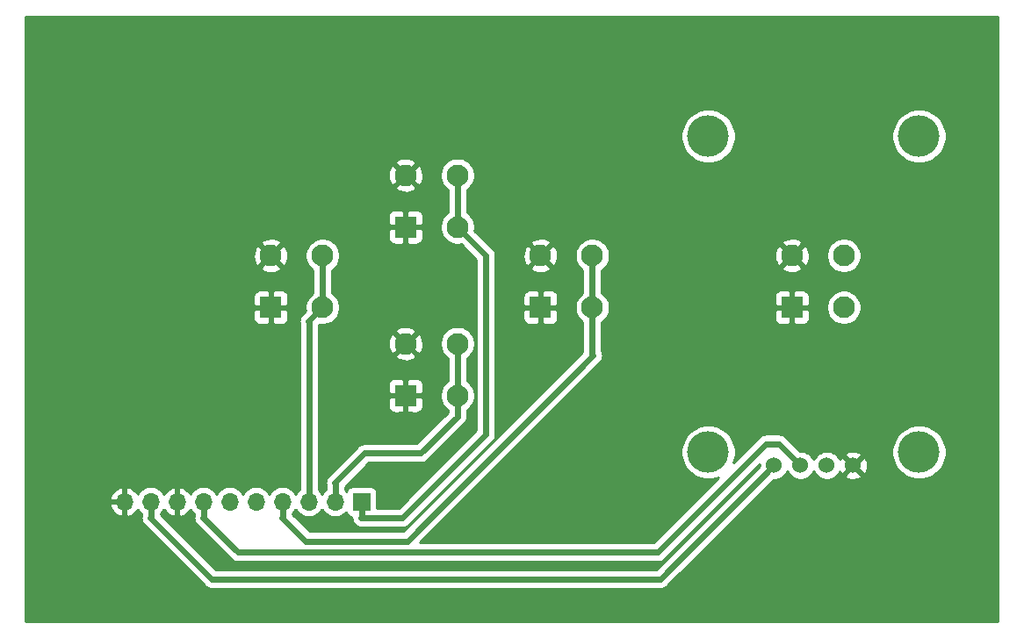
<source format=gbl>
G04 #@! TF.GenerationSoftware,KiCad,Pcbnew,(5.1.4-0)*
G04 #@! TF.CreationDate,2019-11-11T14:47:22+00:00*
G04 #@! TF.ProjectId,2M_DRA818V_Transceiver_Buttons,324d5f44-5241-4383-9138-565f5472616e,rev?*
G04 #@! TF.SameCoordinates,Original*
G04 #@! TF.FileFunction,Copper,L2,Bot*
G04 #@! TF.FilePolarity,Positive*
%FSLAX46Y46*%
G04 Gerber Fmt 4.6, Leading zero omitted, Abs format (unit mm)*
G04 Created by KiCad (PCBNEW (5.1.4-0)) date 2019-11-11 14:47:22*
%MOMM*%
%LPD*%
G04 APERTURE LIST*
%ADD10R,2.100000X2.100000*%
%ADD11C,2.100000*%
%ADD12C,1.524000*%
%ADD13C,4.000000*%
%ADD14R,1.700000X1.700000*%
%ADD15O,1.700000X1.700000*%
%ADD16C,0.600000*%
%ADD17C,0.250000*%
%ADD18C,0.254000*%
G04 APERTURE END LIST*
D10*
X95250000Y-102250000D03*
D11*
X100250000Y-97250000D03*
X95250000Y-97250000D03*
X100250000Y-102250000D03*
X100250000Y-118500000D03*
X95250000Y-113500000D03*
X100250000Y-113500000D03*
D10*
X95250000Y-118500000D03*
X82250000Y-110000000D03*
D11*
X87250000Y-105000000D03*
X82250000Y-105000000D03*
X87250000Y-110000000D03*
X113250000Y-110000000D03*
X108250000Y-105000000D03*
X113250000Y-105000000D03*
D10*
X108250000Y-110000000D03*
X132500000Y-110000000D03*
D11*
X137500000Y-105000000D03*
X132500000Y-105000000D03*
X137500000Y-110000000D03*
D12*
X138400000Y-125250000D03*
X135860000Y-125250000D03*
X133320000Y-125250000D03*
X130780000Y-125250000D03*
D13*
X144750000Y-123980000D03*
X144750000Y-93500000D03*
X124430000Y-93500000D03*
X124430000Y-123980000D03*
D14*
X91000000Y-128750000D03*
D15*
X88460000Y-128750000D03*
X85920000Y-128750000D03*
X83380000Y-128750000D03*
X80840000Y-128750000D03*
X78300000Y-128750000D03*
X75760000Y-128750000D03*
X73220000Y-128750000D03*
X70680000Y-128750000D03*
X68140000Y-128750000D03*
D16*
X102997000Y-104997000D02*
X100250000Y-102250000D01*
X102997000Y-122262900D02*
X102997000Y-104997000D01*
X94957900Y-130302000D02*
X102997000Y-122262900D01*
X90982800Y-130302000D02*
X94957900Y-130302000D01*
X100250000Y-102250000D02*
X100250000Y-97250000D01*
X91000000Y-130284800D02*
X91000000Y-128750000D01*
D17*
X90982800Y-130302000D02*
X91000000Y-130284800D01*
D16*
X88442800Y-126936500D02*
X91313000Y-124066300D01*
X91313000Y-124066300D02*
X96710500Y-124066300D01*
X100250000Y-120526800D02*
X100250000Y-118500000D01*
X96710500Y-124066300D02*
X100250000Y-120526800D01*
X100250000Y-118500000D02*
X100250000Y-113500000D01*
D17*
X88460000Y-126953700D02*
X88442800Y-126936500D01*
D16*
X88460000Y-128750000D02*
X88460000Y-126953700D01*
X79070200Y-133629400D02*
X119532400Y-133629400D01*
X75742800Y-130302000D02*
X79070200Y-133629400D01*
X119532400Y-133629400D02*
X130009900Y-123151900D01*
X131221900Y-123151900D02*
X133320000Y-125250000D01*
X130009900Y-123151900D02*
X131221900Y-123151900D01*
X75760000Y-130284800D02*
X75760000Y-128750000D01*
X75742800Y-130302000D02*
X75760000Y-130284800D01*
X85902800Y-111347200D02*
X87250000Y-110000000D01*
X87250000Y-110000000D02*
X87250000Y-105000000D01*
D17*
X85920000Y-111364400D02*
X85902800Y-111347200D01*
D16*
X85920000Y-128750000D02*
X85920000Y-111364400D01*
X83362800Y-130302000D02*
X85610700Y-132549900D01*
X85610700Y-132549900D02*
X95415100Y-132549900D01*
X95415100Y-132549900D02*
X113334800Y-114630200D01*
X113250000Y-114545400D02*
X113250000Y-110000000D01*
X113334800Y-114630200D02*
X113250000Y-114545400D01*
X113250000Y-110000000D02*
X113250000Y-105000000D01*
X83380000Y-130284800D02*
X83380000Y-128750000D01*
X83362800Y-130302000D02*
X83380000Y-130284800D01*
X70680000Y-130284800D02*
X70680000Y-128750000D01*
X76581000Y-136220200D02*
X70662800Y-130302000D01*
X119809800Y-136220200D02*
X76581000Y-136220200D01*
X70662800Y-130302000D02*
X70680000Y-130284800D01*
X130780000Y-125250000D02*
X119809800Y-136220200D01*
D18*
G36*
X152373000Y-140310000D02*
G01*
X58627000Y-140310000D01*
X58627000Y-129106891D01*
X66698519Y-129106891D01*
X66795843Y-129381252D01*
X66944822Y-129631355D01*
X67139731Y-129847588D01*
X67373080Y-130021641D01*
X67635901Y-130146825D01*
X67783110Y-130191476D01*
X68013000Y-130070155D01*
X68013000Y-128877000D01*
X66819186Y-128877000D01*
X66698519Y-129106891D01*
X58627000Y-129106891D01*
X58627000Y-128393109D01*
X66698519Y-128393109D01*
X66819186Y-128623000D01*
X68013000Y-128623000D01*
X68013000Y-127429845D01*
X68267000Y-127429845D01*
X68267000Y-128623000D01*
X68287000Y-128623000D01*
X68287000Y-128877000D01*
X68267000Y-128877000D01*
X68267000Y-130070155D01*
X68496890Y-130191476D01*
X68644099Y-130146825D01*
X68906920Y-130021641D01*
X69140269Y-129847588D01*
X69335178Y-129631355D01*
X69404799Y-129514477D01*
X69439294Y-129579014D01*
X69624866Y-129805134D01*
X69745000Y-129903726D01*
X69745000Y-130106607D01*
X69741329Y-130118709D01*
X69723276Y-130302000D01*
X69741329Y-130485291D01*
X69794794Y-130661540D01*
X69881615Y-130823971D01*
X69969177Y-130930666D01*
X69969180Y-130930669D01*
X69998457Y-130966343D01*
X70034131Y-130995620D01*
X75887370Y-136848859D01*
X75916656Y-136884544D01*
X76059028Y-137001386D01*
X76164880Y-137057965D01*
X76221459Y-137088207D01*
X76397708Y-137141672D01*
X76581000Y-137159724D01*
X76626935Y-137155200D01*
X119763868Y-137155200D01*
X119809800Y-137159724D01*
X119855732Y-137155200D01*
X119993092Y-137141671D01*
X120169340Y-137088207D01*
X120331772Y-137001386D01*
X120474144Y-136884544D01*
X120503430Y-136848859D01*
X130705289Y-126647000D01*
X130917592Y-126647000D01*
X131187490Y-126593314D01*
X131441727Y-126488005D01*
X131670535Y-126335120D01*
X131865120Y-126140535D01*
X132018005Y-125911727D01*
X132050000Y-125834485D01*
X132081995Y-125911727D01*
X132234880Y-126140535D01*
X132429465Y-126335120D01*
X132658273Y-126488005D01*
X132912510Y-126593314D01*
X133182408Y-126647000D01*
X133457592Y-126647000D01*
X133727490Y-126593314D01*
X133981727Y-126488005D01*
X134210535Y-126335120D01*
X134405120Y-126140535D01*
X134558005Y-125911727D01*
X134590000Y-125834485D01*
X134621995Y-125911727D01*
X134774880Y-126140535D01*
X134969465Y-126335120D01*
X135198273Y-126488005D01*
X135452510Y-126593314D01*
X135722408Y-126647000D01*
X135997592Y-126647000D01*
X136267490Y-126593314D01*
X136521727Y-126488005D01*
X136750535Y-126335120D01*
X136870090Y-126215565D01*
X137614040Y-126215565D01*
X137681020Y-126455656D01*
X137930048Y-126572756D01*
X138197135Y-126639023D01*
X138472017Y-126651910D01*
X138744133Y-126610922D01*
X139003023Y-126517636D01*
X139118980Y-126455656D01*
X139185960Y-126215565D01*
X138400000Y-125429605D01*
X137614040Y-126215565D01*
X136870090Y-126215565D01*
X136945120Y-126140535D01*
X137098005Y-125911727D01*
X137127692Y-125840057D01*
X137132364Y-125853023D01*
X137194344Y-125968980D01*
X137434435Y-126035960D01*
X138220395Y-125250000D01*
X138579605Y-125250000D01*
X139365565Y-126035960D01*
X139605656Y-125968980D01*
X139722756Y-125719952D01*
X139789023Y-125452865D01*
X139801910Y-125177983D01*
X139760922Y-124905867D01*
X139667636Y-124646977D01*
X139605656Y-124531020D01*
X139365565Y-124464040D01*
X138579605Y-125250000D01*
X138220395Y-125250000D01*
X137434435Y-124464040D01*
X137194344Y-124531020D01*
X137130515Y-124666760D01*
X137098005Y-124588273D01*
X136945120Y-124359465D01*
X136870090Y-124284435D01*
X137614040Y-124284435D01*
X138400000Y-125070395D01*
X139185960Y-124284435D01*
X139118980Y-124044344D01*
X138869952Y-123927244D01*
X138602865Y-123860977D01*
X138327983Y-123848090D01*
X138055867Y-123889078D01*
X137796977Y-123982364D01*
X137681020Y-124044344D01*
X137614040Y-124284435D01*
X136870090Y-124284435D01*
X136750535Y-124164880D01*
X136521727Y-124011995D01*
X136267490Y-123906686D01*
X135997592Y-123853000D01*
X135722408Y-123853000D01*
X135452510Y-123906686D01*
X135198273Y-124011995D01*
X134969465Y-124164880D01*
X134774880Y-124359465D01*
X134621995Y-124588273D01*
X134590000Y-124665515D01*
X134558005Y-124588273D01*
X134405120Y-124359465D01*
X134210535Y-124164880D01*
X133981727Y-124011995D01*
X133727490Y-123906686D01*
X133457592Y-123853000D01*
X133245290Y-123853000D01*
X133112765Y-123720475D01*
X142115000Y-123720475D01*
X142115000Y-124239525D01*
X142216261Y-124748601D01*
X142414893Y-125228141D01*
X142703262Y-125659715D01*
X143070285Y-126026738D01*
X143501859Y-126315107D01*
X143981399Y-126513739D01*
X144490475Y-126615000D01*
X145009525Y-126615000D01*
X145518601Y-126513739D01*
X145998141Y-126315107D01*
X146429715Y-126026738D01*
X146796738Y-125659715D01*
X147085107Y-125228141D01*
X147283739Y-124748601D01*
X147385000Y-124239525D01*
X147385000Y-123720475D01*
X147283739Y-123211399D01*
X147085107Y-122731859D01*
X146796738Y-122300285D01*
X146429715Y-121933262D01*
X145998141Y-121644893D01*
X145518601Y-121446261D01*
X145009525Y-121345000D01*
X144490475Y-121345000D01*
X143981399Y-121446261D01*
X143501859Y-121644893D01*
X143070285Y-121933262D01*
X142703262Y-122300285D01*
X142414893Y-122731859D01*
X142216261Y-123211399D01*
X142115000Y-123720475D01*
X133112765Y-123720475D01*
X131915530Y-122523241D01*
X131886244Y-122487556D01*
X131743872Y-122370714D01*
X131581440Y-122283893D01*
X131405192Y-122230429D01*
X131267832Y-122216900D01*
X131221900Y-122212376D01*
X131175968Y-122216900D01*
X130055835Y-122216900D01*
X130009900Y-122212376D01*
X129826608Y-122230428D01*
X129650359Y-122283893D01*
X129619692Y-122300285D01*
X129487928Y-122370714D01*
X129345556Y-122487556D01*
X129316270Y-122523241D01*
X126873816Y-124965695D01*
X126963739Y-124748601D01*
X127065000Y-124239525D01*
X127065000Y-123720475D01*
X126963739Y-123211399D01*
X126765107Y-122731859D01*
X126476738Y-122300285D01*
X126109715Y-121933262D01*
X125678141Y-121644893D01*
X125198601Y-121446261D01*
X124689525Y-121345000D01*
X124170475Y-121345000D01*
X123661399Y-121446261D01*
X123181859Y-121644893D01*
X122750285Y-121933262D01*
X122383262Y-122300285D01*
X122094893Y-122731859D01*
X121896261Y-123211399D01*
X121795000Y-123720475D01*
X121795000Y-124239525D01*
X121896261Y-124748601D01*
X122094893Y-125228141D01*
X122383262Y-125659715D01*
X122750285Y-126026738D01*
X123181859Y-126315107D01*
X123661399Y-126513739D01*
X124170475Y-126615000D01*
X124689525Y-126615000D01*
X125198601Y-126513739D01*
X125415695Y-126423816D01*
X119145111Y-132694400D01*
X96592889Y-132694400D01*
X113963469Y-115323820D01*
X113999143Y-115294543D01*
X114028420Y-115258869D01*
X114028423Y-115258866D01*
X114115985Y-115152172D01*
X114202806Y-114989741D01*
X114256272Y-114813492D01*
X114274324Y-114630200D01*
X114256272Y-114446908D01*
X114202806Y-114270660D01*
X114185000Y-114237347D01*
X114185000Y-111401786D01*
X114324125Y-111308825D01*
X114558825Y-111074125D01*
X114574944Y-111050000D01*
X130811928Y-111050000D01*
X130824188Y-111174482D01*
X130860498Y-111294180D01*
X130919463Y-111404494D01*
X130998815Y-111501185D01*
X131095506Y-111580537D01*
X131205820Y-111639502D01*
X131325518Y-111675812D01*
X131450000Y-111688072D01*
X132214250Y-111685000D01*
X132373000Y-111526250D01*
X132373000Y-110127000D01*
X132627000Y-110127000D01*
X132627000Y-111526250D01*
X132785750Y-111685000D01*
X133550000Y-111688072D01*
X133674482Y-111675812D01*
X133794180Y-111639502D01*
X133904494Y-111580537D01*
X134001185Y-111501185D01*
X134080537Y-111404494D01*
X134139502Y-111294180D01*
X134175812Y-111174482D01*
X134188072Y-111050000D01*
X134185000Y-110285750D01*
X134026250Y-110127000D01*
X132627000Y-110127000D01*
X132373000Y-110127000D01*
X130973750Y-110127000D01*
X130815000Y-110285750D01*
X130811928Y-111050000D01*
X114574944Y-111050000D01*
X114743228Y-110798147D01*
X114870246Y-110491496D01*
X114935000Y-110165958D01*
X114935000Y-109834042D01*
X114870246Y-109508504D01*
X114743228Y-109201853D01*
X114574945Y-108950000D01*
X130811928Y-108950000D01*
X130815000Y-109714250D01*
X130973750Y-109873000D01*
X132373000Y-109873000D01*
X132373000Y-108473750D01*
X132627000Y-108473750D01*
X132627000Y-109873000D01*
X134026250Y-109873000D01*
X134065208Y-109834042D01*
X135815000Y-109834042D01*
X135815000Y-110165958D01*
X135879754Y-110491496D01*
X136006772Y-110798147D01*
X136191175Y-111074125D01*
X136425875Y-111308825D01*
X136701853Y-111493228D01*
X137008504Y-111620246D01*
X137334042Y-111685000D01*
X137665958Y-111685000D01*
X137991496Y-111620246D01*
X138298147Y-111493228D01*
X138574125Y-111308825D01*
X138808825Y-111074125D01*
X138993228Y-110798147D01*
X139120246Y-110491496D01*
X139185000Y-110165958D01*
X139185000Y-109834042D01*
X139120246Y-109508504D01*
X138993228Y-109201853D01*
X138808825Y-108925875D01*
X138574125Y-108691175D01*
X138298147Y-108506772D01*
X137991496Y-108379754D01*
X137665958Y-108315000D01*
X137334042Y-108315000D01*
X137008504Y-108379754D01*
X136701853Y-108506772D01*
X136425875Y-108691175D01*
X136191175Y-108925875D01*
X136006772Y-109201853D01*
X135879754Y-109508504D01*
X135815000Y-109834042D01*
X134065208Y-109834042D01*
X134185000Y-109714250D01*
X134188072Y-108950000D01*
X134175812Y-108825518D01*
X134139502Y-108705820D01*
X134080537Y-108595506D01*
X134001185Y-108498815D01*
X133904494Y-108419463D01*
X133794180Y-108360498D01*
X133674482Y-108324188D01*
X133550000Y-108311928D01*
X132785750Y-108315000D01*
X132627000Y-108473750D01*
X132373000Y-108473750D01*
X132214250Y-108315000D01*
X131450000Y-108311928D01*
X131325518Y-108324188D01*
X131205820Y-108360498D01*
X131095506Y-108419463D01*
X130998815Y-108498815D01*
X130919463Y-108595506D01*
X130860498Y-108705820D01*
X130824188Y-108825518D01*
X130811928Y-108950000D01*
X114574945Y-108950000D01*
X114558825Y-108925875D01*
X114324125Y-108691175D01*
X114185000Y-108598214D01*
X114185000Y-106401786D01*
X114324125Y-106308825D01*
X114461884Y-106171066D01*
X131508539Y-106171066D01*
X131610339Y-106440579D01*
X131908477Y-106586463D01*
X132229346Y-106671380D01*
X132560617Y-106692066D01*
X132889557Y-106647728D01*
X133203527Y-106540069D01*
X133389661Y-106440579D01*
X133491461Y-106171066D01*
X132500000Y-105179605D01*
X131508539Y-106171066D01*
X114461884Y-106171066D01*
X114558825Y-106074125D01*
X114743228Y-105798147D01*
X114870246Y-105491496D01*
X114935000Y-105165958D01*
X114935000Y-105060617D01*
X130807934Y-105060617D01*
X130852272Y-105389557D01*
X130959931Y-105703527D01*
X131059421Y-105889661D01*
X131328934Y-105991461D01*
X132320395Y-105000000D01*
X132679605Y-105000000D01*
X133671066Y-105991461D01*
X133940579Y-105889661D01*
X134086463Y-105591523D01*
X134171380Y-105270654D01*
X134192066Y-104939383D01*
X134177868Y-104834042D01*
X135815000Y-104834042D01*
X135815000Y-105165958D01*
X135879754Y-105491496D01*
X136006772Y-105798147D01*
X136191175Y-106074125D01*
X136425875Y-106308825D01*
X136701853Y-106493228D01*
X137008504Y-106620246D01*
X137334042Y-106685000D01*
X137665958Y-106685000D01*
X137991496Y-106620246D01*
X138298147Y-106493228D01*
X138574125Y-106308825D01*
X138808825Y-106074125D01*
X138993228Y-105798147D01*
X139120246Y-105491496D01*
X139185000Y-105165958D01*
X139185000Y-104834042D01*
X139120246Y-104508504D01*
X138993228Y-104201853D01*
X138808825Y-103925875D01*
X138574125Y-103691175D01*
X138298147Y-103506772D01*
X137991496Y-103379754D01*
X137665958Y-103315000D01*
X137334042Y-103315000D01*
X137008504Y-103379754D01*
X136701853Y-103506772D01*
X136425875Y-103691175D01*
X136191175Y-103925875D01*
X136006772Y-104201853D01*
X135879754Y-104508504D01*
X135815000Y-104834042D01*
X134177868Y-104834042D01*
X134147728Y-104610443D01*
X134040069Y-104296473D01*
X133940579Y-104110339D01*
X133671066Y-104008539D01*
X132679605Y-105000000D01*
X132320395Y-105000000D01*
X131328934Y-104008539D01*
X131059421Y-104110339D01*
X130913537Y-104408477D01*
X130828620Y-104729346D01*
X130807934Y-105060617D01*
X114935000Y-105060617D01*
X114935000Y-104834042D01*
X114870246Y-104508504D01*
X114743228Y-104201853D01*
X114558825Y-103925875D01*
X114461884Y-103828934D01*
X131508539Y-103828934D01*
X132500000Y-104820395D01*
X133491461Y-103828934D01*
X133389661Y-103559421D01*
X133091523Y-103413537D01*
X132770654Y-103328620D01*
X132439383Y-103307934D01*
X132110443Y-103352272D01*
X131796473Y-103459931D01*
X131610339Y-103559421D01*
X131508539Y-103828934D01*
X114461884Y-103828934D01*
X114324125Y-103691175D01*
X114048147Y-103506772D01*
X113741496Y-103379754D01*
X113415958Y-103315000D01*
X113084042Y-103315000D01*
X112758504Y-103379754D01*
X112451853Y-103506772D01*
X112175875Y-103691175D01*
X111941175Y-103925875D01*
X111756772Y-104201853D01*
X111629754Y-104508504D01*
X111565000Y-104834042D01*
X111565000Y-105165958D01*
X111629754Y-105491496D01*
X111756772Y-105798147D01*
X111941175Y-106074125D01*
X112175875Y-106308825D01*
X112315001Y-106401786D01*
X112315000Y-108598214D01*
X112175875Y-108691175D01*
X111941175Y-108925875D01*
X111756772Y-109201853D01*
X111629754Y-109508504D01*
X111565000Y-109834042D01*
X111565000Y-110165958D01*
X111629754Y-110491496D01*
X111756772Y-110798147D01*
X111941175Y-111074125D01*
X112175875Y-111308825D01*
X112315001Y-111401786D01*
X112315000Y-114327711D01*
X95027811Y-131614900D01*
X85997989Y-131614900D01*
X84315000Y-129931911D01*
X84315000Y-129903725D01*
X84435134Y-129805134D01*
X84620706Y-129579014D01*
X84650000Y-129524209D01*
X84679294Y-129579014D01*
X84864866Y-129805134D01*
X85090986Y-129990706D01*
X85348966Y-130128599D01*
X85628889Y-130213513D01*
X85847050Y-130235000D01*
X85992950Y-130235000D01*
X86211111Y-130213513D01*
X86491034Y-130128599D01*
X86749014Y-129990706D01*
X86975134Y-129805134D01*
X87160706Y-129579014D01*
X87190000Y-129524209D01*
X87219294Y-129579014D01*
X87404866Y-129805134D01*
X87630986Y-129990706D01*
X87888966Y-130128599D01*
X88168889Y-130213513D01*
X88387050Y-130235000D01*
X88532950Y-130235000D01*
X88751111Y-130213513D01*
X89031034Y-130128599D01*
X89289014Y-129990706D01*
X89515134Y-129805134D01*
X89539607Y-129775313D01*
X89560498Y-129844180D01*
X89619463Y-129954494D01*
X89698815Y-130051185D01*
X89795506Y-130130537D01*
X89905820Y-130189502D01*
X90025518Y-130225812D01*
X90050537Y-130228276D01*
X90043276Y-130302000D01*
X90061329Y-130485292D01*
X90114793Y-130661540D01*
X90201614Y-130823972D01*
X90318456Y-130966344D01*
X90460828Y-131083186D01*
X90623260Y-131170007D01*
X90799508Y-131223471D01*
X90936868Y-131237000D01*
X94911968Y-131237000D01*
X94957900Y-131241524D01*
X95003832Y-131237000D01*
X95141192Y-131223471D01*
X95317440Y-131170007D01*
X95479872Y-131083186D01*
X95622244Y-130966344D01*
X95651530Y-130930659D01*
X103625666Y-122956524D01*
X103661344Y-122927244D01*
X103778186Y-122784872D01*
X103865007Y-122622440D01*
X103918471Y-122446192D01*
X103932000Y-122308832D01*
X103932000Y-122308831D01*
X103936524Y-122262901D01*
X103932000Y-122216969D01*
X103932000Y-111050000D01*
X106561928Y-111050000D01*
X106574188Y-111174482D01*
X106610498Y-111294180D01*
X106669463Y-111404494D01*
X106748815Y-111501185D01*
X106845506Y-111580537D01*
X106955820Y-111639502D01*
X107075518Y-111675812D01*
X107200000Y-111688072D01*
X107964250Y-111685000D01*
X108123000Y-111526250D01*
X108123000Y-110127000D01*
X108377000Y-110127000D01*
X108377000Y-111526250D01*
X108535750Y-111685000D01*
X109300000Y-111688072D01*
X109424482Y-111675812D01*
X109544180Y-111639502D01*
X109654494Y-111580537D01*
X109751185Y-111501185D01*
X109830537Y-111404494D01*
X109889502Y-111294180D01*
X109925812Y-111174482D01*
X109938072Y-111050000D01*
X109935000Y-110285750D01*
X109776250Y-110127000D01*
X108377000Y-110127000D01*
X108123000Y-110127000D01*
X106723750Y-110127000D01*
X106565000Y-110285750D01*
X106561928Y-111050000D01*
X103932000Y-111050000D01*
X103932000Y-108950000D01*
X106561928Y-108950000D01*
X106565000Y-109714250D01*
X106723750Y-109873000D01*
X108123000Y-109873000D01*
X108123000Y-108473750D01*
X108377000Y-108473750D01*
X108377000Y-109873000D01*
X109776250Y-109873000D01*
X109935000Y-109714250D01*
X109938072Y-108950000D01*
X109925812Y-108825518D01*
X109889502Y-108705820D01*
X109830537Y-108595506D01*
X109751185Y-108498815D01*
X109654494Y-108419463D01*
X109544180Y-108360498D01*
X109424482Y-108324188D01*
X109300000Y-108311928D01*
X108535750Y-108315000D01*
X108377000Y-108473750D01*
X108123000Y-108473750D01*
X107964250Y-108315000D01*
X107200000Y-108311928D01*
X107075518Y-108324188D01*
X106955820Y-108360498D01*
X106845506Y-108419463D01*
X106748815Y-108498815D01*
X106669463Y-108595506D01*
X106610498Y-108705820D01*
X106574188Y-108825518D01*
X106561928Y-108950000D01*
X103932000Y-108950000D01*
X103932000Y-106171066D01*
X107258539Y-106171066D01*
X107360339Y-106440579D01*
X107658477Y-106586463D01*
X107979346Y-106671380D01*
X108310617Y-106692066D01*
X108639557Y-106647728D01*
X108953527Y-106540069D01*
X109139661Y-106440579D01*
X109241461Y-106171066D01*
X108250000Y-105179605D01*
X107258539Y-106171066D01*
X103932000Y-106171066D01*
X103932000Y-105060617D01*
X106557934Y-105060617D01*
X106602272Y-105389557D01*
X106709931Y-105703527D01*
X106809421Y-105889661D01*
X107078934Y-105991461D01*
X108070395Y-105000000D01*
X108429605Y-105000000D01*
X109421066Y-105991461D01*
X109690579Y-105889661D01*
X109836463Y-105591523D01*
X109921380Y-105270654D01*
X109942066Y-104939383D01*
X109897728Y-104610443D01*
X109790069Y-104296473D01*
X109690579Y-104110339D01*
X109421066Y-104008539D01*
X108429605Y-105000000D01*
X108070395Y-105000000D01*
X107078934Y-104008539D01*
X106809421Y-104110339D01*
X106663537Y-104408477D01*
X106578620Y-104729346D01*
X106557934Y-105060617D01*
X103932000Y-105060617D01*
X103932000Y-105042935D01*
X103936524Y-104997000D01*
X103918472Y-104813708D01*
X103865007Y-104637459D01*
X103834765Y-104580880D01*
X103778186Y-104475028D01*
X103661344Y-104332656D01*
X103625659Y-104303370D01*
X103151223Y-103828934D01*
X107258539Y-103828934D01*
X108250000Y-104820395D01*
X109241461Y-103828934D01*
X109139661Y-103559421D01*
X108841523Y-103413537D01*
X108520654Y-103328620D01*
X108189383Y-103307934D01*
X107860443Y-103352272D01*
X107546473Y-103459931D01*
X107360339Y-103559421D01*
X107258539Y-103828934D01*
X103151223Y-103828934D01*
X101902356Y-102580067D01*
X101935000Y-102415958D01*
X101935000Y-102084042D01*
X101870246Y-101758504D01*
X101743228Y-101451853D01*
X101558825Y-101175875D01*
X101324125Y-100941175D01*
X101185000Y-100848214D01*
X101185000Y-98651786D01*
X101324125Y-98558825D01*
X101558825Y-98324125D01*
X101743228Y-98048147D01*
X101870246Y-97741496D01*
X101935000Y-97415958D01*
X101935000Y-97084042D01*
X101870246Y-96758504D01*
X101743228Y-96451853D01*
X101558825Y-96175875D01*
X101324125Y-95941175D01*
X101048147Y-95756772D01*
X100741496Y-95629754D01*
X100415958Y-95565000D01*
X100084042Y-95565000D01*
X99758504Y-95629754D01*
X99451853Y-95756772D01*
X99175875Y-95941175D01*
X98941175Y-96175875D01*
X98756772Y-96451853D01*
X98629754Y-96758504D01*
X98565000Y-97084042D01*
X98565000Y-97415958D01*
X98629754Y-97741496D01*
X98756772Y-98048147D01*
X98941175Y-98324125D01*
X99175875Y-98558825D01*
X99315001Y-98651786D01*
X99315000Y-100848214D01*
X99175875Y-100941175D01*
X98941175Y-101175875D01*
X98756772Y-101451853D01*
X98629754Y-101758504D01*
X98565000Y-102084042D01*
X98565000Y-102415958D01*
X98629754Y-102741496D01*
X98756772Y-103048147D01*
X98941175Y-103324125D01*
X99175875Y-103558825D01*
X99451853Y-103743228D01*
X99758504Y-103870246D01*
X100084042Y-103935000D01*
X100415958Y-103935000D01*
X100580067Y-103902356D01*
X102062001Y-105384290D01*
X102062000Y-121875610D01*
X94570611Y-129367000D01*
X92488072Y-129367000D01*
X92488072Y-127900000D01*
X92475812Y-127775518D01*
X92439502Y-127655820D01*
X92380537Y-127545506D01*
X92301185Y-127448815D01*
X92204494Y-127369463D01*
X92094180Y-127310498D01*
X91974482Y-127274188D01*
X91850000Y-127261928D01*
X90150000Y-127261928D01*
X90025518Y-127274188D01*
X89905820Y-127310498D01*
X89795506Y-127369463D01*
X89698815Y-127448815D01*
X89619463Y-127545506D01*
X89560498Y-127655820D01*
X89539607Y-127724687D01*
X89515134Y-127694866D01*
X89395000Y-127596275D01*
X89395000Y-127306589D01*
X91700289Y-125001300D01*
X96664568Y-125001300D01*
X96710500Y-125005824D01*
X96756432Y-125001300D01*
X96893792Y-124987771D01*
X97070040Y-124934307D01*
X97232472Y-124847486D01*
X97374844Y-124730644D01*
X97404130Y-124694959D01*
X100878660Y-121220429D01*
X100914344Y-121191144D01*
X101031186Y-121048772D01*
X101118007Y-120886340D01*
X101171471Y-120710092D01*
X101185000Y-120572732D01*
X101185000Y-120572731D01*
X101189524Y-120526800D01*
X101185000Y-120480868D01*
X101185000Y-119901786D01*
X101324125Y-119808825D01*
X101558825Y-119574125D01*
X101743228Y-119298147D01*
X101870246Y-118991496D01*
X101935000Y-118665958D01*
X101935000Y-118334042D01*
X101870246Y-118008504D01*
X101743228Y-117701853D01*
X101558825Y-117425875D01*
X101324125Y-117191175D01*
X101185000Y-117098214D01*
X101185000Y-114901786D01*
X101324125Y-114808825D01*
X101558825Y-114574125D01*
X101743228Y-114298147D01*
X101870246Y-113991496D01*
X101935000Y-113665958D01*
X101935000Y-113334042D01*
X101870246Y-113008504D01*
X101743228Y-112701853D01*
X101558825Y-112425875D01*
X101324125Y-112191175D01*
X101048147Y-112006772D01*
X100741496Y-111879754D01*
X100415958Y-111815000D01*
X100084042Y-111815000D01*
X99758504Y-111879754D01*
X99451853Y-112006772D01*
X99175875Y-112191175D01*
X98941175Y-112425875D01*
X98756772Y-112701853D01*
X98629754Y-113008504D01*
X98565000Y-113334042D01*
X98565000Y-113665958D01*
X98629754Y-113991496D01*
X98756772Y-114298147D01*
X98941175Y-114574125D01*
X99175875Y-114808825D01*
X99315001Y-114901786D01*
X99315000Y-117098214D01*
X99175875Y-117191175D01*
X98941175Y-117425875D01*
X98756772Y-117701853D01*
X98629754Y-118008504D01*
X98565000Y-118334042D01*
X98565000Y-118665958D01*
X98629754Y-118991496D01*
X98756772Y-119298147D01*
X98941175Y-119574125D01*
X99175875Y-119808825D01*
X99315000Y-119901786D01*
X99315000Y-120139511D01*
X96323211Y-123131300D01*
X91358935Y-123131300D01*
X91313000Y-123126776D01*
X91129708Y-123144828D01*
X91025828Y-123176341D01*
X90953460Y-123198293D01*
X90791028Y-123285114D01*
X90648656Y-123401956D01*
X90619370Y-123437641D01*
X87749177Y-126307834D01*
X87661615Y-126414529D01*
X87574794Y-126576960D01*
X87521329Y-126753209D01*
X87503276Y-126936500D01*
X87521329Y-127119791D01*
X87525001Y-127131895D01*
X87525001Y-127596274D01*
X87404866Y-127694866D01*
X87219294Y-127920986D01*
X87190000Y-127975791D01*
X87160706Y-127920986D01*
X86975134Y-127694866D01*
X86855000Y-127596275D01*
X86855000Y-119550000D01*
X93561928Y-119550000D01*
X93574188Y-119674482D01*
X93610498Y-119794180D01*
X93669463Y-119904494D01*
X93748815Y-120001185D01*
X93845506Y-120080537D01*
X93955820Y-120139502D01*
X94075518Y-120175812D01*
X94200000Y-120188072D01*
X94964250Y-120185000D01*
X95123000Y-120026250D01*
X95123000Y-118627000D01*
X95377000Y-118627000D01*
X95377000Y-120026250D01*
X95535750Y-120185000D01*
X96300000Y-120188072D01*
X96424482Y-120175812D01*
X96544180Y-120139502D01*
X96654494Y-120080537D01*
X96751185Y-120001185D01*
X96830537Y-119904494D01*
X96889502Y-119794180D01*
X96925812Y-119674482D01*
X96938072Y-119550000D01*
X96935000Y-118785750D01*
X96776250Y-118627000D01*
X95377000Y-118627000D01*
X95123000Y-118627000D01*
X93723750Y-118627000D01*
X93565000Y-118785750D01*
X93561928Y-119550000D01*
X86855000Y-119550000D01*
X86855000Y-117450000D01*
X93561928Y-117450000D01*
X93565000Y-118214250D01*
X93723750Y-118373000D01*
X95123000Y-118373000D01*
X95123000Y-116973750D01*
X95377000Y-116973750D01*
X95377000Y-118373000D01*
X96776250Y-118373000D01*
X96935000Y-118214250D01*
X96938072Y-117450000D01*
X96925812Y-117325518D01*
X96889502Y-117205820D01*
X96830537Y-117095506D01*
X96751185Y-116998815D01*
X96654494Y-116919463D01*
X96544180Y-116860498D01*
X96424482Y-116824188D01*
X96300000Y-116811928D01*
X95535750Y-116815000D01*
X95377000Y-116973750D01*
X95123000Y-116973750D01*
X94964250Y-116815000D01*
X94200000Y-116811928D01*
X94075518Y-116824188D01*
X93955820Y-116860498D01*
X93845506Y-116919463D01*
X93748815Y-116998815D01*
X93669463Y-117095506D01*
X93610498Y-117205820D01*
X93574188Y-117325518D01*
X93561928Y-117450000D01*
X86855000Y-117450000D01*
X86855000Y-114671066D01*
X94258539Y-114671066D01*
X94360339Y-114940579D01*
X94658477Y-115086463D01*
X94979346Y-115171380D01*
X95310617Y-115192066D01*
X95639557Y-115147728D01*
X95953527Y-115040069D01*
X96139661Y-114940579D01*
X96241461Y-114671066D01*
X95250000Y-113679605D01*
X94258539Y-114671066D01*
X86855000Y-114671066D01*
X86855000Y-113560617D01*
X93557934Y-113560617D01*
X93602272Y-113889557D01*
X93709931Y-114203527D01*
X93809421Y-114389661D01*
X94078934Y-114491461D01*
X95070395Y-113500000D01*
X95429605Y-113500000D01*
X96421066Y-114491461D01*
X96690579Y-114389661D01*
X96836463Y-114091523D01*
X96921380Y-113770654D01*
X96942066Y-113439383D01*
X96897728Y-113110443D01*
X96790069Y-112796473D01*
X96690579Y-112610339D01*
X96421066Y-112508539D01*
X95429605Y-113500000D01*
X95070395Y-113500000D01*
X94078934Y-112508539D01*
X93809421Y-112610339D01*
X93663537Y-112908477D01*
X93578620Y-113229346D01*
X93557934Y-113560617D01*
X86855000Y-113560617D01*
X86855000Y-112328934D01*
X94258539Y-112328934D01*
X95250000Y-113320395D01*
X96241461Y-112328934D01*
X96139661Y-112059421D01*
X95841523Y-111913537D01*
X95520654Y-111828620D01*
X95189383Y-111807934D01*
X94860443Y-111852272D01*
X94546473Y-111959931D01*
X94360339Y-112059421D01*
X94258539Y-112328934D01*
X86855000Y-112328934D01*
X86855000Y-111717289D01*
X86919933Y-111652356D01*
X87084042Y-111685000D01*
X87415958Y-111685000D01*
X87741496Y-111620246D01*
X88048147Y-111493228D01*
X88324125Y-111308825D01*
X88558825Y-111074125D01*
X88743228Y-110798147D01*
X88870246Y-110491496D01*
X88935000Y-110165958D01*
X88935000Y-109834042D01*
X88870246Y-109508504D01*
X88743228Y-109201853D01*
X88558825Y-108925875D01*
X88324125Y-108691175D01*
X88185000Y-108598214D01*
X88185000Y-106401786D01*
X88324125Y-106308825D01*
X88558825Y-106074125D01*
X88743228Y-105798147D01*
X88870246Y-105491496D01*
X88935000Y-105165958D01*
X88935000Y-104834042D01*
X88870246Y-104508504D01*
X88743228Y-104201853D01*
X88558825Y-103925875D01*
X88324125Y-103691175D01*
X88048147Y-103506772D01*
X87741496Y-103379754D01*
X87415958Y-103315000D01*
X87084042Y-103315000D01*
X86758504Y-103379754D01*
X86451853Y-103506772D01*
X86175875Y-103691175D01*
X85941175Y-103925875D01*
X85756772Y-104201853D01*
X85629754Y-104508504D01*
X85565000Y-104834042D01*
X85565000Y-105165958D01*
X85629754Y-105491496D01*
X85756772Y-105798147D01*
X85941175Y-106074125D01*
X86175875Y-106308825D01*
X86315001Y-106401786D01*
X86315000Y-108598214D01*
X86175875Y-108691175D01*
X85941175Y-108925875D01*
X85756772Y-109201853D01*
X85629754Y-109508504D01*
X85565000Y-109834042D01*
X85565000Y-110165958D01*
X85597644Y-110330067D01*
X85209177Y-110718534D01*
X85121615Y-110825229D01*
X85034794Y-110987660D01*
X84981329Y-111163909D01*
X84963276Y-111347200D01*
X84981329Y-111530491D01*
X84985001Y-111542596D01*
X84985000Y-127596274D01*
X84864866Y-127694866D01*
X84679294Y-127920986D01*
X84650000Y-127975791D01*
X84620706Y-127920986D01*
X84435134Y-127694866D01*
X84209014Y-127509294D01*
X83951034Y-127371401D01*
X83671111Y-127286487D01*
X83452950Y-127265000D01*
X83307050Y-127265000D01*
X83088889Y-127286487D01*
X82808966Y-127371401D01*
X82550986Y-127509294D01*
X82324866Y-127694866D01*
X82139294Y-127920986D01*
X82110000Y-127975791D01*
X82080706Y-127920986D01*
X81895134Y-127694866D01*
X81669014Y-127509294D01*
X81411034Y-127371401D01*
X81131111Y-127286487D01*
X80912950Y-127265000D01*
X80767050Y-127265000D01*
X80548889Y-127286487D01*
X80268966Y-127371401D01*
X80010986Y-127509294D01*
X79784866Y-127694866D01*
X79599294Y-127920986D01*
X79570000Y-127975791D01*
X79540706Y-127920986D01*
X79355134Y-127694866D01*
X79129014Y-127509294D01*
X78871034Y-127371401D01*
X78591111Y-127286487D01*
X78372950Y-127265000D01*
X78227050Y-127265000D01*
X78008889Y-127286487D01*
X77728966Y-127371401D01*
X77470986Y-127509294D01*
X77244866Y-127694866D01*
X77059294Y-127920986D01*
X77030000Y-127975791D01*
X77000706Y-127920986D01*
X76815134Y-127694866D01*
X76589014Y-127509294D01*
X76331034Y-127371401D01*
X76051111Y-127286487D01*
X75832950Y-127265000D01*
X75687050Y-127265000D01*
X75468889Y-127286487D01*
X75188966Y-127371401D01*
X74930986Y-127509294D01*
X74704866Y-127694866D01*
X74519294Y-127920986D01*
X74484799Y-127985523D01*
X74415178Y-127868645D01*
X74220269Y-127652412D01*
X73986920Y-127478359D01*
X73724099Y-127353175D01*
X73576890Y-127308524D01*
X73347000Y-127429845D01*
X73347000Y-128623000D01*
X73367000Y-128623000D01*
X73367000Y-128877000D01*
X73347000Y-128877000D01*
X73347000Y-130070155D01*
X73576890Y-130191476D01*
X73724099Y-130146825D01*
X73986920Y-130021641D01*
X74220269Y-129847588D01*
X74415178Y-129631355D01*
X74484799Y-129514477D01*
X74519294Y-129579014D01*
X74704866Y-129805134D01*
X74825000Y-129903726D01*
X74825000Y-130106607D01*
X74821329Y-130118709D01*
X74803276Y-130302000D01*
X74821329Y-130485291D01*
X74874794Y-130661540D01*
X74961615Y-130823971D01*
X75049177Y-130930666D01*
X75049180Y-130930669D01*
X75078457Y-130966343D01*
X75114131Y-130995620D01*
X78376574Y-134258064D01*
X78405856Y-134293744D01*
X78548228Y-134410586D01*
X78710660Y-134497407D01*
X78833443Y-134534653D01*
X78886907Y-134550871D01*
X79070199Y-134568924D01*
X79116131Y-134564400D01*
X119486468Y-134564400D01*
X119532400Y-134568924D01*
X119578332Y-134564400D01*
X119715692Y-134550871D01*
X119891940Y-134497407D01*
X120054372Y-134410586D01*
X120196744Y-134293744D01*
X120226030Y-134258059D01*
X129385811Y-125098278D01*
X129383000Y-125112408D01*
X129383000Y-125324711D01*
X119422511Y-135285200D01*
X76968289Y-135285200D01*
X71615000Y-129931911D01*
X71615000Y-129903725D01*
X71735134Y-129805134D01*
X71920706Y-129579014D01*
X71955201Y-129514477D01*
X72024822Y-129631355D01*
X72219731Y-129847588D01*
X72453080Y-130021641D01*
X72715901Y-130146825D01*
X72863110Y-130191476D01*
X73093000Y-130070155D01*
X73093000Y-128877000D01*
X73073000Y-128877000D01*
X73073000Y-128623000D01*
X73093000Y-128623000D01*
X73093000Y-127429845D01*
X72863110Y-127308524D01*
X72715901Y-127353175D01*
X72453080Y-127478359D01*
X72219731Y-127652412D01*
X72024822Y-127868645D01*
X71955201Y-127985523D01*
X71920706Y-127920986D01*
X71735134Y-127694866D01*
X71509014Y-127509294D01*
X71251034Y-127371401D01*
X70971111Y-127286487D01*
X70752950Y-127265000D01*
X70607050Y-127265000D01*
X70388889Y-127286487D01*
X70108966Y-127371401D01*
X69850986Y-127509294D01*
X69624866Y-127694866D01*
X69439294Y-127920986D01*
X69404799Y-127985523D01*
X69335178Y-127868645D01*
X69140269Y-127652412D01*
X68906920Y-127478359D01*
X68644099Y-127353175D01*
X68496890Y-127308524D01*
X68267000Y-127429845D01*
X68013000Y-127429845D01*
X67783110Y-127308524D01*
X67635901Y-127353175D01*
X67373080Y-127478359D01*
X67139731Y-127652412D01*
X66944822Y-127868645D01*
X66795843Y-128118748D01*
X66698519Y-128393109D01*
X58627000Y-128393109D01*
X58627000Y-111050000D01*
X80561928Y-111050000D01*
X80574188Y-111174482D01*
X80610498Y-111294180D01*
X80669463Y-111404494D01*
X80748815Y-111501185D01*
X80845506Y-111580537D01*
X80955820Y-111639502D01*
X81075518Y-111675812D01*
X81200000Y-111688072D01*
X81964250Y-111685000D01*
X82123000Y-111526250D01*
X82123000Y-110127000D01*
X82377000Y-110127000D01*
X82377000Y-111526250D01*
X82535750Y-111685000D01*
X83300000Y-111688072D01*
X83424482Y-111675812D01*
X83544180Y-111639502D01*
X83654494Y-111580537D01*
X83751185Y-111501185D01*
X83830537Y-111404494D01*
X83889502Y-111294180D01*
X83925812Y-111174482D01*
X83938072Y-111050000D01*
X83935000Y-110285750D01*
X83776250Y-110127000D01*
X82377000Y-110127000D01*
X82123000Y-110127000D01*
X80723750Y-110127000D01*
X80565000Y-110285750D01*
X80561928Y-111050000D01*
X58627000Y-111050000D01*
X58627000Y-108950000D01*
X80561928Y-108950000D01*
X80565000Y-109714250D01*
X80723750Y-109873000D01*
X82123000Y-109873000D01*
X82123000Y-108473750D01*
X82377000Y-108473750D01*
X82377000Y-109873000D01*
X83776250Y-109873000D01*
X83935000Y-109714250D01*
X83938072Y-108950000D01*
X83925812Y-108825518D01*
X83889502Y-108705820D01*
X83830537Y-108595506D01*
X83751185Y-108498815D01*
X83654494Y-108419463D01*
X83544180Y-108360498D01*
X83424482Y-108324188D01*
X83300000Y-108311928D01*
X82535750Y-108315000D01*
X82377000Y-108473750D01*
X82123000Y-108473750D01*
X81964250Y-108315000D01*
X81200000Y-108311928D01*
X81075518Y-108324188D01*
X80955820Y-108360498D01*
X80845506Y-108419463D01*
X80748815Y-108498815D01*
X80669463Y-108595506D01*
X80610498Y-108705820D01*
X80574188Y-108825518D01*
X80561928Y-108950000D01*
X58627000Y-108950000D01*
X58627000Y-106171066D01*
X81258539Y-106171066D01*
X81360339Y-106440579D01*
X81658477Y-106586463D01*
X81979346Y-106671380D01*
X82310617Y-106692066D01*
X82639557Y-106647728D01*
X82953527Y-106540069D01*
X83139661Y-106440579D01*
X83241461Y-106171066D01*
X82250000Y-105179605D01*
X81258539Y-106171066D01*
X58627000Y-106171066D01*
X58627000Y-105060617D01*
X80557934Y-105060617D01*
X80602272Y-105389557D01*
X80709931Y-105703527D01*
X80809421Y-105889661D01*
X81078934Y-105991461D01*
X82070395Y-105000000D01*
X82429605Y-105000000D01*
X83421066Y-105991461D01*
X83690579Y-105889661D01*
X83836463Y-105591523D01*
X83921380Y-105270654D01*
X83942066Y-104939383D01*
X83897728Y-104610443D01*
X83790069Y-104296473D01*
X83690579Y-104110339D01*
X83421066Y-104008539D01*
X82429605Y-105000000D01*
X82070395Y-105000000D01*
X81078934Y-104008539D01*
X80809421Y-104110339D01*
X80663537Y-104408477D01*
X80578620Y-104729346D01*
X80557934Y-105060617D01*
X58627000Y-105060617D01*
X58627000Y-103828934D01*
X81258539Y-103828934D01*
X82250000Y-104820395D01*
X83241461Y-103828934D01*
X83139661Y-103559421D01*
X82841523Y-103413537D01*
X82520654Y-103328620D01*
X82189383Y-103307934D01*
X81860443Y-103352272D01*
X81546473Y-103459931D01*
X81360339Y-103559421D01*
X81258539Y-103828934D01*
X58627000Y-103828934D01*
X58627000Y-103300000D01*
X93561928Y-103300000D01*
X93574188Y-103424482D01*
X93610498Y-103544180D01*
X93669463Y-103654494D01*
X93748815Y-103751185D01*
X93845506Y-103830537D01*
X93955820Y-103889502D01*
X94075518Y-103925812D01*
X94200000Y-103938072D01*
X94964250Y-103935000D01*
X95123000Y-103776250D01*
X95123000Y-102377000D01*
X95377000Y-102377000D01*
X95377000Y-103776250D01*
X95535750Y-103935000D01*
X96300000Y-103938072D01*
X96424482Y-103925812D01*
X96544180Y-103889502D01*
X96654494Y-103830537D01*
X96751185Y-103751185D01*
X96830537Y-103654494D01*
X96889502Y-103544180D01*
X96925812Y-103424482D01*
X96938072Y-103300000D01*
X96935000Y-102535750D01*
X96776250Y-102377000D01*
X95377000Y-102377000D01*
X95123000Y-102377000D01*
X93723750Y-102377000D01*
X93565000Y-102535750D01*
X93561928Y-103300000D01*
X58627000Y-103300000D01*
X58627000Y-101200000D01*
X93561928Y-101200000D01*
X93565000Y-101964250D01*
X93723750Y-102123000D01*
X95123000Y-102123000D01*
X95123000Y-100723750D01*
X95377000Y-100723750D01*
X95377000Y-102123000D01*
X96776250Y-102123000D01*
X96935000Y-101964250D01*
X96938072Y-101200000D01*
X96925812Y-101075518D01*
X96889502Y-100955820D01*
X96830537Y-100845506D01*
X96751185Y-100748815D01*
X96654494Y-100669463D01*
X96544180Y-100610498D01*
X96424482Y-100574188D01*
X96300000Y-100561928D01*
X95535750Y-100565000D01*
X95377000Y-100723750D01*
X95123000Y-100723750D01*
X94964250Y-100565000D01*
X94200000Y-100561928D01*
X94075518Y-100574188D01*
X93955820Y-100610498D01*
X93845506Y-100669463D01*
X93748815Y-100748815D01*
X93669463Y-100845506D01*
X93610498Y-100955820D01*
X93574188Y-101075518D01*
X93561928Y-101200000D01*
X58627000Y-101200000D01*
X58627000Y-98421066D01*
X94258539Y-98421066D01*
X94360339Y-98690579D01*
X94658477Y-98836463D01*
X94979346Y-98921380D01*
X95310617Y-98942066D01*
X95639557Y-98897728D01*
X95953527Y-98790069D01*
X96139661Y-98690579D01*
X96241461Y-98421066D01*
X95250000Y-97429605D01*
X94258539Y-98421066D01*
X58627000Y-98421066D01*
X58627000Y-97310617D01*
X93557934Y-97310617D01*
X93602272Y-97639557D01*
X93709931Y-97953527D01*
X93809421Y-98139661D01*
X94078934Y-98241461D01*
X95070395Y-97250000D01*
X95429605Y-97250000D01*
X96421066Y-98241461D01*
X96690579Y-98139661D01*
X96836463Y-97841523D01*
X96921380Y-97520654D01*
X96942066Y-97189383D01*
X96897728Y-96860443D01*
X96790069Y-96546473D01*
X96690579Y-96360339D01*
X96421066Y-96258539D01*
X95429605Y-97250000D01*
X95070395Y-97250000D01*
X94078934Y-96258539D01*
X93809421Y-96360339D01*
X93663537Y-96658477D01*
X93578620Y-96979346D01*
X93557934Y-97310617D01*
X58627000Y-97310617D01*
X58627000Y-96078934D01*
X94258539Y-96078934D01*
X95250000Y-97070395D01*
X96241461Y-96078934D01*
X96139661Y-95809421D01*
X95841523Y-95663537D01*
X95520654Y-95578620D01*
X95189383Y-95557934D01*
X94860443Y-95602272D01*
X94546473Y-95709931D01*
X94360339Y-95809421D01*
X94258539Y-96078934D01*
X58627000Y-96078934D01*
X58627000Y-93240475D01*
X121795000Y-93240475D01*
X121795000Y-93759525D01*
X121896261Y-94268601D01*
X122094893Y-94748141D01*
X122383262Y-95179715D01*
X122750285Y-95546738D01*
X123181859Y-95835107D01*
X123661399Y-96033739D01*
X124170475Y-96135000D01*
X124689525Y-96135000D01*
X125198601Y-96033739D01*
X125678141Y-95835107D01*
X126109715Y-95546738D01*
X126476738Y-95179715D01*
X126765107Y-94748141D01*
X126963739Y-94268601D01*
X127065000Y-93759525D01*
X127065000Y-93240475D01*
X142115000Y-93240475D01*
X142115000Y-93759525D01*
X142216261Y-94268601D01*
X142414893Y-94748141D01*
X142703262Y-95179715D01*
X143070285Y-95546738D01*
X143501859Y-95835107D01*
X143981399Y-96033739D01*
X144490475Y-96135000D01*
X145009525Y-96135000D01*
X145518601Y-96033739D01*
X145998141Y-95835107D01*
X146429715Y-95546738D01*
X146796738Y-95179715D01*
X147085107Y-94748141D01*
X147283739Y-94268601D01*
X147385000Y-93759525D01*
X147385000Y-93240475D01*
X147283739Y-92731399D01*
X147085107Y-92251859D01*
X146796738Y-91820285D01*
X146429715Y-91453262D01*
X145998141Y-91164893D01*
X145518601Y-90966261D01*
X145009525Y-90865000D01*
X144490475Y-90865000D01*
X143981399Y-90966261D01*
X143501859Y-91164893D01*
X143070285Y-91453262D01*
X142703262Y-91820285D01*
X142414893Y-92251859D01*
X142216261Y-92731399D01*
X142115000Y-93240475D01*
X127065000Y-93240475D01*
X126963739Y-92731399D01*
X126765107Y-92251859D01*
X126476738Y-91820285D01*
X126109715Y-91453262D01*
X125678141Y-91164893D01*
X125198601Y-90966261D01*
X124689525Y-90865000D01*
X124170475Y-90865000D01*
X123661399Y-90966261D01*
X123181859Y-91164893D01*
X122750285Y-91453262D01*
X122383262Y-91820285D01*
X122094893Y-92251859D01*
X121896261Y-92731399D01*
X121795000Y-93240475D01*
X58627000Y-93240475D01*
X58627000Y-81940000D01*
X152373000Y-81940000D01*
X152373000Y-140310000D01*
X152373000Y-140310000D01*
G37*
X152373000Y-140310000D02*
X58627000Y-140310000D01*
X58627000Y-129106891D01*
X66698519Y-129106891D01*
X66795843Y-129381252D01*
X66944822Y-129631355D01*
X67139731Y-129847588D01*
X67373080Y-130021641D01*
X67635901Y-130146825D01*
X67783110Y-130191476D01*
X68013000Y-130070155D01*
X68013000Y-128877000D01*
X66819186Y-128877000D01*
X66698519Y-129106891D01*
X58627000Y-129106891D01*
X58627000Y-128393109D01*
X66698519Y-128393109D01*
X66819186Y-128623000D01*
X68013000Y-128623000D01*
X68013000Y-127429845D01*
X68267000Y-127429845D01*
X68267000Y-128623000D01*
X68287000Y-128623000D01*
X68287000Y-128877000D01*
X68267000Y-128877000D01*
X68267000Y-130070155D01*
X68496890Y-130191476D01*
X68644099Y-130146825D01*
X68906920Y-130021641D01*
X69140269Y-129847588D01*
X69335178Y-129631355D01*
X69404799Y-129514477D01*
X69439294Y-129579014D01*
X69624866Y-129805134D01*
X69745000Y-129903726D01*
X69745000Y-130106607D01*
X69741329Y-130118709D01*
X69723276Y-130302000D01*
X69741329Y-130485291D01*
X69794794Y-130661540D01*
X69881615Y-130823971D01*
X69969177Y-130930666D01*
X69969180Y-130930669D01*
X69998457Y-130966343D01*
X70034131Y-130995620D01*
X75887370Y-136848859D01*
X75916656Y-136884544D01*
X76059028Y-137001386D01*
X76164880Y-137057965D01*
X76221459Y-137088207D01*
X76397708Y-137141672D01*
X76581000Y-137159724D01*
X76626935Y-137155200D01*
X119763868Y-137155200D01*
X119809800Y-137159724D01*
X119855732Y-137155200D01*
X119993092Y-137141671D01*
X120169340Y-137088207D01*
X120331772Y-137001386D01*
X120474144Y-136884544D01*
X120503430Y-136848859D01*
X130705289Y-126647000D01*
X130917592Y-126647000D01*
X131187490Y-126593314D01*
X131441727Y-126488005D01*
X131670535Y-126335120D01*
X131865120Y-126140535D01*
X132018005Y-125911727D01*
X132050000Y-125834485D01*
X132081995Y-125911727D01*
X132234880Y-126140535D01*
X132429465Y-126335120D01*
X132658273Y-126488005D01*
X132912510Y-126593314D01*
X133182408Y-126647000D01*
X133457592Y-126647000D01*
X133727490Y-126593314D01*
X133981727Y-126488005D01*
X134210535Y-126335120D01*
X134405120Y-126140535D01*
X134558005Y-125911727D01*
X134590000Y-125834485D01*
X134621995Y-125911727D01*
X134774880Y-126140535D01*
X134969465Y-126335120D01*
X135198273Y-126488005D01*
X135452510Y-126593314D01*
X135722408Y-126647000D01*
X135997592Y-126647000D01*
X136267490Y-126593314D01*
X136521727Y-126488005D01*
X136750535Y-126335120D01*
X136870090Y-126215565D01*
X137614040Y-126215565D01*
X137681020Y-126455656D01*
X137930048Y-126572756D01*
X138197135Y-126639023D01*
X138472017Y-126651910D01*
X138744133Y-126610922D01*
X139003023Y-126517636D01*
X139118980Y-126455656D01*
X139185960Y-126215565D01*
X138400000Y-125429605D01*
X137614040Y-126215565D01*
X136870090Y-126215565D01*
X136945120Y-126140535D01*
X137098005Y-125911727D01*
X137127692Y-125840057D01*
X137132364Y-125853023D01*
X137194344Y-125968980D01*
X137434435Y-126035960D01*
X138220395Y-125250000D01*
X138579605Y-125250000D01*
X139365565Y-126035960D01*
X139605656Y-125968980D01*
X139722756Y-125719952D01*
X139789023Y-125452865D01*
X139801910Y-125177983D01*
X139760922Y-124905867D01*
X139667636Y-124646977D01*
X139605656Y-124531020D01*
X139365565Y-124464040D01*
X138579605Y-125250000D01*
X138220395Y-125250000D01*
X137434435Y-124464040D01*
X137194344Y-124531020D01*
X137130515Y-124666760D01*
X137098005Y-124588273D01*
X136945120Y-124359465D01*
X136870090Y-124284435D01*
X137614040Y-124284435D01*
X138400000Y-125070395D01*
X139185960Y-124284435D01*
X139118980Y-124044344D01*
X138869952Y-123927244D01*
X138602865Y-123860977D01*
X138327983Y-123848090D01*
X138055867Y-123889078D01*
X137796977Y-123982364D01*
X137681020Y-124044344D01*
X137614040Y-124284435D01*
X136870090Y-124284435D01*
X136750535Y-124164880D01*
X136521727Y-124011995D01*
X136267490Y-123906686D01*
X135997592Y-123853000D01*
X135722408Y-123853000D01*
X135452510Y-123906686D01*
X135198273Y-124011995D01*
X134969465Y-124164880D01*
X134774880Y-124359465D01*
X134621995Y-124588273D01*
X134590000Y-124665515D01*
X134558005Y-124588273D01*
X134405120Y-124359465D01*
X134210535Y-124164880D01*
X133981727Y-124011995D01*
X133727490Y-123906686D01*
X133457592Y-123853000D01*
X133245290Y-123853000D01*
X133112765Y-123720475D01*
X142115000Y-123720475D01*
X142115000Y-124239525D01*
X142216261Y-124748601D01*
X142414893Y-125228141D01*
X142703262Y-125659715D01*
X143070285Y-126026738D01*
X143501859Y-126315107D01*
X143981399Y-126513739D01*
X144490475Y-126615000D01*
X145009525Y-126615000D01*
X145518601Y-126513739D01*
X145998141Y-126315107D01*
X146429715Y-126026738D01*
X146796738Y-125659715D01*
X147085107Y-125228141D01*
X147283739Y-124748601D01*
X147385000Y-124239525D01*
X147385000Y-123720475D01*
X147283739Y-123211399D01*
X147085107Y-122731859D01*
X146796738Y-122300285D01*
X146429715Y-121933262D01*
X145998141Y-121644893D01*
X145518601Y-121446261D01*
X145009525Y-121345000D01*
X144490475Y-121345000D01*
X143981399Y-121446261D01*
X143501859Y-121644893D01*
X143070285Y-121933262D01*
X142703262Y-122300285D01*
X142414893Y-122731859D01*
X142216261Y-123211399D01*
X142115000Y-123720475D01*
X133112765Y-123720475D01*
X131915530Y-122523241D01*
X131886244Y-122487556D01*
X131743872Y-122370714D01*
X131581440Y-122283893D01*
X131405192Y-122230429D01*
X131267832Y-122216900D01*
X131221900Y-122212376D01*
X131175968Y-122216900D01*
X130055835Y-122216900D01*
X130009900Y-122212376D01*
X129826608Y-122230428D01*
X129650359Y-122283893D01*
X129619692Y-122300285D01*
X129487928Y-122370714D01*
X129345556Y-122487556D01*
X129316270Y-122523241D01*
X126873816Y-124965695D01*
X126963739Y-124748601D01*
X127065000Y-124239525D01*
X127065000Y-123720475D01*
X126963739Y-123211399D01*
X126765107Y-122731859D01*
X126476738Y-122300285D01*
X126109715Y-121933262D01*
X125678141Y-121644893D01*
X125198601Y-121446261D01*
X124689525Y-121345000D01*
X124170475Y-121345000D01*
X123661399Y-121446261D01*
X123181859Y-121644893D01*
X122750285Y-121933262D01*
X122383262Y-122300285D01*
X122094893Y-122731859D01*
X121896261Y-123211399D01*
X121795000Y-123720475D01*
X121795000Y-124239525D01*
X121896261Y-124748601D01*
X122094893Y-125228141D01*
X122383262Y-125659715D01*
X122750285Y-126026738D01*
X123181859Y-126315107D01*
X123661399Y-126513739D01*
X124170475Y-126615000D01*
X124689525Y-126615000D01*
X125198601Y-126513739D01*
X125415695Y-126423816D01*
X119145111Y-132694400D01*
X96592889Y-132694400D01*
X113963469Y-115323820D01*
X113999143Y-115294543D01*
X114028420Y-115258869D01*
X114028423Y-115258866D01*
X114115985Y-115152172D01*
X114202806Y-114989741D01*
X114256272Y-114813492D01*
X114274324Y-114630200D01*
X114256272Y-114446908D01*
X114202806Y-114270660D01*
X114185000Y-114237347D01*
X114185000Y-111401786D01*
X114324125Y-111308825D01*
X114558825Y-111074125D01*
X114574944Y-111050000D01*
X130811928Y-111050000D01*
X130824188Y-111174482D01*
X130860498Y-111294180D01*
X130919463Y-111404494D01*
X130998815Y-111501185D01*
X131095506Y-111580537D01*
X131205820Y-111639502D01*
X131325518Y-111675812D01*
X131450000Y-111688072D01*
X132214250Y-111685000D01*
X132373000Y-111526250D01*
X132373000Y-110127000D01*
X132627000Y-110127000D01*
X132627000Y-111526250D01*
X132785750Y-111685000D01*
X133550000Y-111688072D01*
X133674482Y-111675812D01*
X133794180Y-111639502D01*
X133904494Y-111580537D01*
X134001185Y-111501185D01*
X134080537Y-111404494D01*
X134139502Y-111294180D01*
X134175812Y-111174482D01*
X134188072Y-111050000D01*
X134185000Y-110285750D01*
X134026250Y-110127000D01*
X132627000Y-110127000D01*
X132373000Y-110127000D01*
X130973750Y-110127000D01*
X130815000Y-110285750D01*
X130811928Y-111050000D01*
X114574944Y-111050000D01*
X114743228Y-110798147D01*
X114870246Y-110491496D01*
X114935000Y-110165958D01*
X114935000Y-109834042D01*
X114870246Y-109508504D01*
X114743228Y-109201853D01*
X114574945Y-108950000D01*
X130811928Y-108950000D01*
X130815000Y-109714250D01*
X130973750Y-109873000D01*
X132373000Y-109873000D01*
X132373000Y-108473750D01*
X132627000Y-108473750D01*
X132627000Y-109873000D01*
X134026250Y-109873000D01*
X134065208Y-109834042D01*
X135815000Y-109834042D01*
X135815000Y-110165958D01*
X135879754Y-110491496D01*
X136006772Y-110798147D01*
X136191175Y-111074125D01*
X136425875Y-111308825D01*
X136701853Y-111493228D01*
X137008504Y-111620246D01*
X137334042Y-111685000D01*
X137665958Y-111685000D01*
X137991496Y-111620246D01*
X138298147Y-111493228D01*
X138574125Y-111308825D01*
X138808825Y-111074125D01*
X138993228Y-110798147D01*
X139120246Y-110491496D01*
X139185000Y-110165958D01*
X139185000Y-109834042D01*
X139120246Y-109508504D01*
X138993228Y-109201853D01*
X138808825Y-108925875D01*
X138574125Y-108691175D01*
X138298147Y-108506772D01*
X137991496Y-108379754D01*
X137665958Y-108315000D01*
X137334042Y-108315000D01*
X137008504Y-108379754D01*
X136701853Y-108506772D01*
X136425875Y-108691175D01*
X136191175Y-108925875D01*
X136006772Y-109201853D01*
X135879754Y-109508504D01*
X135815000Y-109834042D01*
X134065208Y-109834042D01*
X134185000Y-109714250D01*
X134188072Y-108950000D01*
X134175812Y-108825518D01*
X134139502Y-108705820D01*
X134080537Y-108595506D01*
X134001185Y-108498815D01*
X133904494Y-108419463D01*
X133794180Y-108360498D01*
X133674482Y-108324188D01*
X133550000Y-108311928D01*
X132785750Y-108315000D01*
X132627000Y-108473750D01*
X132373000Y-108473750D01*
X132214250Y-108315000D01*
X131450000Y-108311928D01*
X131325518Y-108324188D01*
X131205820Y-108360498D01*
X131095506Y-108419463D01*
X130998815Y-108498815D01*
X130919463Y-108595506D01*
X130860498Y-108705820D01*
X130824188Y-108825518D01*
X130811928Y-108950000D01*
X114574945Y-108950000D01*
X114558825Y-108925875D01*
X114324125Y-108691175D01*
X114185000Y-108598214D01*
X114185000Y-106401786D01*
X114324125Y-106308825D01*
X114461884Y-106171066D01*
X131508539Y-106171066D01*
X131610339Y-106440579D01*
X131908477Y-106586463D01*
X132229346Y-106671380D01*
X132560617Y-106692066D01*
X132889557Y-106647728D01*
X133203527Y-106540069D01*
X133389661Y-106440579D01*
X133491461Y-106171066D01*
X132500000Y-105179605D01*
X131508539Y-106171066D01*
X114461884Y-106171066D01*
X114558825Y-106074125D01*
X114743228Y-105798147D01*
X114870246Y-105491496D01*
X114935000Y-105165958D01*
X114935000Y-105060617D01*
X130807934Y-105060617D01*
X130852272Y-105389557D01*
X130959931Y-105703527D01*
X131059421Y-105889661D01*
X131328934Y-105991461D01*
X132320395Y-105000000D01*
X132679605Y-105000000D01*
X133671066Y-105991461D01*
X133940579Y-105889661D01*
X134086463Y-105591523D01*
X134171380Y-105270654D01*
X134192066Y-104939383D01*
X134177868Y-104834042D01*
X135815000Y-104834042D01*
X135815000Y-105165958D01*
X135879754Y-105491496D01*
X136006772Y-105798147D01*
X136191175Y-106074125D01*
X136425875Y-106308825D01*
X136701853Y-106493228D01*
X137008504Y-106620246D01*
X137334042Y-106685000D01*
X137665958Y-106685000D01*
X137991496Y-106620246D01*
X138298147Y-106493228D01*
X138574125Y-106308825D01*
X138808825Y-106074125D01*
X138993228Y-105798147D01*
X139120246Y-105491496D01*
X139185000Y-105165958D01*
X139185000Y-104834042D01*
X139120246Y-104508504D01*
X138993228Y-104201853D01*
X138808825Y-103925875D01*
X138574125Y-103691175D01*
X138298147Y-103506772D01*
X137991496Y-103379754D01*
X137665958Y-103315000D01*
X137334042Y-103315000D01*
X137008504Y-103379754D01*
X136701853Y-103506772D01*
X136425875Y-103691175D01*
X136191175Y-103925875D01*
X136006772Y-104201853D01*
X135879754Y-104508504D01*
X135815000Y-104834042D01*
X134177868Y-104834042D01*
X134147728Y-104610443D01*
X134040069Y-104296473D01*
X133940579Y-104110339D01*
X133671066Y-104008539D01*
X132679605Y-105000000D01*
X132320395Y-105000000D01*
X131328934Y-104008539D01*
X131059421Y-104110339D01*
X130913537Y-104408477D01*
X130828620Y-104729346D01*
X130807934Y-105060617D01*
X114935000Y-105060617D01*
X114935000Y-104834042D01*
X114870246Y-104508504D01*
X114743228Y-104201853D01*
X114558825Y-103925875D01*
X114461884Y-103828934D01*
X131508539Y-103828934D01*
X132500000Y-104820395D01*
X133491461Y-103828934D01*
X133389661Y-103559421D01*
X133091523Y-103413537D01*
X132770654Y-103328620D01*
X132439383Y-103307934D01*
X132110443Y-103352272D01*
X131796473Y-103459931D01*
X131610339Y-103559421D01*
X131508539Y-103828934D01*
X114461884Y-103828934D01*
X114324125Y-103691175D01*
X114048147Y-103506772D01*
X113741496Y-103379754D01*
X113415958Y-103315000D01*
X113084042Y-103315000D01*
X112758504Y-103379754D01*
X112451853Y-103506772D01*
X112175875Y-103691175D01*
X111941175Y-103925875D01*
X111756772Y-104201853D01*
X111629754Y-104508504D01*
X111565000Y-104834042D01*
X111565000Y-105165958D01*
X111629754Y-105491496D01*
X111756772Y-105798147D01*
X111941175Y-106074125D01*
X112175875Y-106308825D01*
X112315001Y-106401786D01*
X112315000Y-108598214D01*
X112175875Y-108691175D01*
X111941175Y-108925875D01*
X111756772Y-109201853D01*
X111629754Y-109508504D01*
X111565000Y-109834042D01*
X111565000Y-110165958D01*
X111629754Y-110491496D01*
X111756772Y-110798147D01*
X111941175Y-111074125D01*
X112175875Y-111308825D01*
X112315001Y-111401786D01*
X112315000Y-114327711D01*
X95027811Y-131614900D01*
X85997989Y-131614900D01*
X84315000Y-129931911D01*
X84315000Y-129903725D01*
X84435134Y-129805134D01*
X84620706Y-129579014D01*
X84650000Y-129524209D01*
X84679294Y-129579014D01*
X84864866Y-129805134D01*
X85090986Y-129990706D01*
X85348966Y-130128599D01*
X85628889Y-130213513D01*
X85847050Y-130235000D01*
X85992950Y-130235000D01*
X86211111Y-130213513D01*
X86491034Y-130128599D01*
X86749014Y-129990706D01*
X86975134Y-129805134D01*
X87160706Y-129579014D01*
X87190000Y-129524209D01*
X87219294Y-129579014D01*
X87404866Y-129805134D01*
X87630986Y-129990706D01*
X87888966Y-130128599D01*
X88168889Y-130213513D01*
X88387050Y-130235000D01*
X88532950Y-130235000D01*
X88751111Y-130213513D01*
X89031034Y-130128599D01*
X89289014Y-129990706D01*
X89515134Y-129805134D01*
X89539607Y-129775313D01*
X89560498Y-129844180D01*
X89619463Y-129954494D01*
X89698815Y-130051185D01*
X89795506Y-130130537D01*
X89905820Y-130189502D01*
X90025518Y-130225812D01*
X90050537Y-130228276D01*
X90043276Y-130302000D01*
X90061329Y-130485292D01*
X90114793Y-130661540D01*
X90201614Y-130823972D01*
X90318456Y-130966344D01*
X90460828Y-131083186D01*
X90623260Y-131170007D01*
X90799508Y-131223471D01*
X90936868Y-131237000D01*
X94911968Y-131237000D01*
X94957900Y-131241524D01*
X95003832Y-131237000D01*
X95141192Y-131223471D01*
X95317440Y-131170007D01*
X95479872Y-131083186D01*
X95622244Y-130966344D01*
X95651530Y-130930659D01*
X103625666Y-122956524D01*
X103661344Y-122927244D01*
X103778186Y-122784872D01*
X103865007Y-122622440D01*
X103918471Y-122446192D01*
X103932000Y-122308832D01*
X103932000Y-122308831D01*
X103936524Y-122262901D01*
X103932000Y-122216969D01*
X103932000Y-111050000D01*
X106561928Y-111050000D01*
X106574188Y-111174482D01*
X106610498Y-111294180D01*
X106669463Y-111404494D01*
X106748815Y-111501185D01*
X106845506Y-111580537D01*
X106955820Y-111639502D01*
X107075518Y-111675812D01*
X107200000Y-111688072D01*
X107964250Y-111685000D01*
X108123000Y-111526250D01*
X108123000Y-110127000D01*
X108377000Y-110127000D01*
X108377000Y-111526250D01*
X108535750Y-111685000D01*
X109300000Y-111688072D01*
X109424482Y-111675812D01*
X109544180Y-111639502D01*
X109654494Y-111580537D01*
X109751185Y-111501185D01*
X109830537Y-111404494D01*
X109889502Y-111294180D01*
X109925812Y-111174482D01*
X109938072Y-111050000D01*
X109935000Y-110285750D01*
X109776250Y-110127000D01*
X108377000Y-110127000D01*
X108123000Y-110127000D01*
X106723750Y-110127000D01*
X106565000Y-110285750D01*
X106561928Y-111050000D01*
X103932000Y-111050000D01*
X103932000Y-108950000D01*
X106561928Y-108950000D01*
X106565000Y-109714250D01*
X106723750Y-109873000D01*
X108123000Y-109873000D01*
X108123000Y-108473750D01*
X108377000Y-108473750D01*
X108377000Y-109873000D01*
X109776250Y-109873000D01*
X109935000Y-109714250D01*
X109938072Y-108950000D01*
X109925812Y-108825518D01*
X109889502Y-108705820D01*
X109830537Y-108595506D01*
X109751185Y-108498815D01*
X109654494Y-108419463D01*
X109544180Y-108360498D01*
X109424482Y-108324188D01*
X109300000Y-108311928D01*
X108535750Y-108315000D01*
X108377000Y-108473750D01*
X108123000Y-108473750D01*
X107964250Y-108315000D01*
X107200000Y-108311928D01*
X107075518Y-108324188D01*
X106955820Y-108360498D01*
X106845506Y-108419463D01*
X106748815Y-108498815D01*
X106669463Y-108595506D01*
X106610498Y-108705820D01*
X106574188Y-108825518D01*
X106561928Y-108950000D01*
X103932000Y-108950000D01*
X103932000Y-106171066D01*
X107258539Y-106171066D01*
X107360339Y-106440579D01*
X107658477Y-106586463D01*
X107979346Y-106671380D01*
X108310617Y-106692066D01*
X108639557Y-106647728D01*
X108953527Y-106540069D01*
X109139661Y-106440579D01*
X109241461Y-106171066D01*
X108250000Y-105179605D01*
X107258539Y-106171066D01*
X103932000Y-106171066D01*
X103932000Y-105060617D01*
X106557934Y-105060617D01*
X106602272Y-105389557D01*
X106709931Y-105703527D01*
X106809421Y-105889661D01*
X107078934Y-105991461D01*
X108070395Y-105000000D01*
X108429605Y-105000000D01*
X109421066Y-105991461D01*
X109690579Y-105889661D01*
X109836463Y-105591523D01*
X109921380Y-105270654D01*
X109942066Y-104939383D01*
X109897728Y-104610443D01*
X109790069Y-104296473D01*
X109690579Y-104110339D01*
X109421066Y-104008539D01*
X108429605Y-105000000D01*
X108070395Y-105000000D01*
X107078934Y-104008539D01*
X106809421Y-104110339D01*
X106663537Y-104408477D01*
X106578620Y-104729346D01*
X106557934Y-105060617D01*
X103932000Y-105060617D01*
X103932000Y-105042935D01*
X103936524Y-104997000D01*
X103918472Y-104813708D01*
X103865007Y-104637459D01*
X103834765Y-104580880D01*
X103778186Y-104475028D01*
X103661344Y-104332656D01*
X103625659Y-104303370D01*
X103151223Y-103828934D01*
X107258539Y-103828934D01*
X108250000Y-104820395D01*
X109241461Y-103828934D01*
X109139661Y-103559421D01*
X108841523Y-103413537D01*
X108520654Y-103328620D01*
X108189383Y-103307934D01*
X107860443Y-103352272D01*
X107546473Y-103459931D01*
X107360339Y-103559421D01*
X107258539Y-103828934D01*
X103151223Y-103828934D01*
X101902356Y-102580067D01*
X101935000Y-102415958D01*
X101935000Y-102084042D01*
X101870246Y-101758504D01*
X101743228Y-101451853D01*
X101558825Y-101175875D01*
X101324125Y-100941175D01*
X101185000Y-100848214D01*
X101185000Y-98651786D01*
X101324125Y-98558825D01*
X101558825Y-98324125D01*
X101743228Y-98048147D01*
X101870246Y-97741496D01*
X101935000Y-97415958D01*
X101935000Y-97084042D01*
X101870246Y-96758504D01*
X101743228Y-96451853D01*
X101558825Y-96175875D01*
X101324125Y-95941175D01*
X101048147Y-95756772D01*
X100741496Y-95629754D01*
X100415958Y-95565000D01*
X100084042Y-95565000D01*
X99758504Y-95629754D01*
X99451853Y-95756772D01*
X99175875Y-95941175D01*
X98941175Y-96175875D01*
X98756772Y-96451853D01*
X98629754Y-96758504D01*
X98565000Y-97084042D01*
X98565000Y-97415958D01*
X98629754Y-97741496D01*
X98756772Y-98048147D01*
X98941175Y-98324125D01*
X99175875Y-98558825D01*
X99315001Y-98651786D01*
X99315000Y-100848214D01*
X99175875Y-100941175D01*
X98941175Y-101175875D01*
X98756772Y-101451853D01*
X98629754Y-101758504D01*
X98565000Y-102084042D01*
X98565000Y-102415958D01*
X98629754Y-102741496D01*
X98756772Y-103048147D01*
X98941175Y-103324125D01*
X99175875Y-103558825D01*
X99451853Y-103743228D01*
X99758504Y-103870246D01*
X100084042Y-103935000D01*
X100415958Y-103935000D01*
X100580067Y-103902356D01*
X102062001Y-105384290D01*
X102062000Y-121875610D01*
X94570611Y-129367000D01*
X92488072Y-129367000D01*
X92488072Y-127900000D01*
X92475812Y-127775518D01*
X92439502Y-127655820D01*
X92380537Y-127545506D01*
X92301185Y-127448815D01*
X92204494Y-127369463D01*
X92094180Y-127310498D01*
X91974482Y-127274188D01*
X91850000Y-127261928D01*
X90150000Y-127261928D01*
X90025518Y-127274188D01*
X89905820Y-127310498D01*
X89795506Y-127369463D01*
X89698815Y-127448815D01*
X89619463Y-127545506D01*
X89560498Y-127655820D01*
X89539607Y-127724687D01*
X89515134Y-127694866D01*
X89395000Y-127596275D01*
X89395000Y-127306589D01*
X91700289Y-125001300D01*
X96664568Y-125001300D01*
X96710500Y-125005824D01*
X96756432Y-125001300D01*
X96893792Y-124987771D01*
X97070040Y-124934307D01*
X97232472Y-124847486D01*
X97374844Y-124730644D01*
X97404130Y-124694959D01*
X100878660Y-121220429D01*
X100914344Y-121191144D01*
X101031186Y-121048772D01*
X101118007Y-120886340D01*
X101171471Y-120710092D01*
X101185000Y-120572732D01*
X101185000Y-120572731D01*
X101189524Y-120526800D01*
X101185000Y-120480868D01*
X101185000Y-119901786D01*
X101324125Y-119808825D01*
X101558825Y-119574125D01*
X101743228Y-119298147D01*
X101870246Y-118991496D01*
X101935000Y-118665958D01*
X101935000Y-118334042D01*
X101870246Y-118008504D01*
X101743228Y-117701853D01*
X101558825Y-117425875D01*
X101324125Y-117191175D01*
X101185000Y-117098214D01*
X101185000Y-114901786D01*
X101324125Y-114808825D01*
X101558825Y-114574125D01*
X101743228Y-114298147D01*
X101870246Y-113991496D01*
X101935000Y-113665958D01*
X101935000Y-113334042D01*
X101870246Y-113008504D01*
X101743228Y-112701853D01*
X101558825Y-112425875D01*
X101324125Y-112191175D01*
X101048147Y-112006772D01*
X100741496Y-111879754D01*
X100415958Y-111815000D01*
X100084042Y-111815000D01*
X99758504Y-111879754D01*
X99451853Y-112006772D01*
X99175875Y-112191175D01*
X98941175Y-112425875D01*
X98756772Y-112701853D01*
X98629754Y-113008504D01*
X98565000Y-113334042D01*
X98565000Y-113665958D01*
X98629754Y-113991496D01*
X98756772Y-114298147D01*
X98941175Y-114574125D01*
X99175875Y-114808825D01*
X99315001Y-114901786D01*
X99315000Y-117098214D01*
X99175875Y-117191175D01*
X98941175Y-117425875D01*
X98756772Y-117701853D01*
X98629754Y-118008504D01*
X98565000Y-118334042D01*
X98565000Y-118665958D01*
X98629754Y-118991496D01*
X98756772Y-119298147D01*
X98941175Y-119574125D01*
X99175875Y-119808825D01*
X99315000Y-119901786D01*
X99315000Y-120139511D01*
X96323211Y-123131300D01*
X91358935Y-123131300D01*
X91313000Y-123126776D01*
X91129708Y-123144828D01*
X91025828Y-123176341D01*
X90953460Y-123198293D01*
X90791028Y-123285114D01*
X90648656Y-123401956D01*
X90619370Y-123437641D01*
X87749177Y-126307834D01*
X87661615Y-126414529D01*
X87574794Y-126576960D01*
X87521329Y-126753209D01*
X87503276Y-126936500D01*
X87521329Y-127119791D01*
X87525001Y-127131895D01*
X87525001Y-127596274D01*
X87404866Y-127694866D01*
X87219294Y-127920986D01*
X87190000Y-127975791D01*
X87160706Y-127920986D01*
X86975134Y-127694866D01*
X86855000Y-127596275D01*
X86855000Y-119550000D01*
X93561928Y-119550000D01*
X93574188Y-119674482D01*
X93610498Y-119794180D01*
X93669463Y-119904494D01*
X93748815Y-120001185D01*
X93845506Y-120080537D01*
X93955820Y-120139502D01*
X94075518Y-120175812D01*
X94200000Y-120188072D01*
X94964250Y-120185000D01*
X95123000Y-120026250D01*
X95123000Y-118627000D01*
X95377000Y-118627000D01*
X95377000Y-120026250D01*
X95535750Y-120185000D01*
X96300000Y-120188072D01*
X96424482Y-120175812D01*
X96544180Y-120139502D01*
X96654494Y-120080537D01*
X96751185Y-120001185D01*
X96830537Y-119904494D01*
X96889502Y-119794180D01*
X96925812Y-119674482D01*
X96938072Y-119550000D01*
X96935000Y-118785750D01*
X96776250Y-118627000D01*
X95377000Y-118627000D01*
X95123000Y-118627000D01*
X93723750Y-118627000D01*
X93565000Y-118785750D01*
X93561928Y-119550000D01*
X86855000Y-119550000D01*
X86855000Y-117450000D01*
X93561928Y-117450000D01*
X93565000Y-118214250D01*
X93723750Y-118373000D01*
X95123000Y-118373000D01*
X95123000Y-116973750D01*
X95377000Y-116973750D01*
X95377000Y-118373000D01*
X96776250Y-118373000D01*
X96935000Y-118214250D01*
X96938072Y-117450000D01*
X96925812Y-117325518D01*
X96889502Y-117205820D01*
X96830537Y-117095506D01*
X96751185Y-116998815D01*
X96654494Y-116919463D01*
X96544180Y-116860498D01*
X96424482Y-116824188D01*
X96300000Y-116811928D01*
X95535750Y-116815000D01*
X95377000Y-116973750D01*
X95123000Y-116973750D01*
X94964250Y-116815000D01*
X94200000Y-116811928D01*
X94075518Y-116824188D01*
X93955820Y-116860498D01*
X93845506Y-116919463D01*
X93748815Y-116998815D01*
X93669463Y-117095506D01*
X93610498Y-117205820D01*
X93574188Y-117325518D01*
X93561928Y-117450000D01*
X86855000Y-117450000D01*
X86855000Y-114671066D01*
X94258539Y-114671066D01*
X94360339Y-114940579D01*
X94658477Y-115086463D01*
X94979346Y-115171380D01*
X95310617Y-115192066D01*
X95639557Y-115147728D01*
X95953527Y-115040069D01*
X96139661Y-114940579D01*
X96241461Y-114671066D01*
X95250000Y-113679605D01*
X94258539Y-114671066D01*
X86855000Y-114671066D01*
X86855000Y-113560617D01*
X93557934Y-113560617D01*
X93602272Y-113889557D01*
X93709931Y-114203527D01*
X93809421Y-114389661D01*
X94078934Y-114491461D01*
X95070395Y-113500000D01*
X95429605Y-113500000D01*
X96421066Y-114491461D01*
X96690579Y-114389661D01*
X96836463Y-114091523D01*
X96921380Y-113770654D01*
X96942066Y-113439383D01*
X96897728Y-113110443D01*
X96790069Y-112796473D01*
X96690579Y-112610339D01*
X96421066Y-112508539D01*
X95429605Y-113500000D01*
X95070395Y-113500000D01*
X94078934Y-112508539D01*
X93809421Y-112610339D01*
X93663537Y-112908477D01*
X93578620Y-113229346D01*
X93557934Y-113560617D01*
X86855000Y-113560617D01*
X86855000Y-112328934D01*
X94258539Y-112328934D01*
X95250000Y-113320395D01*
X96241461Y-112328934D01*
X96139661Y-112059421D01*
X95841523Y-111913537D01*
X95520654Y-111828620D01*
X95189383Y-111807934D01*
X94860443Y-111852272D01*
X94546473Y-111959931D01*
X94360339Y-112059421D01*
X94258539Y-112328934D01*
X86855000Y-112328934D01*
X86855000Y-111717289D01*
X86919933Y-111652356D01*
X87084042Y-111685000D01*
X87415958Y-111685000D01*
X87741496Y-111620246D01*
X88048147Y-111493228D01*
X88324125Y-111308825D01*
X88558825Y-111074125D01*
X88743228Y-110798147D01*
X88870246Y-110491496D01*
X88935000Y-110165958D01*
X88935000Y-109834042D01*
X88870246Y-109508504D01*
X88743228Y-109201853D01*
X88558825Y-108925875D01*
X88324125Y-108691175D01*
X88185000Y-108598214D01*
X88185000Y-106401786D01*
X88324125Y-106308825D01*
X88558825Y-106074125D01*
X88743228Y-105798147D01*
X88870246Y-105491496D01*
X88935000Y-105165958D01*
X88935000Y-104834042D01*
X88870246Y-104508504D01*
X88743228Y-104201853D01*
X88558825Y-103925875D01*
X88324125Y-103691175D01*
X88048147Y-103506772D01*
X87741496Y-103379754D01*
X87415958Y-103315000D01*
X87084042Y-103315000D01*
X86758504Y-103379754D01*
X86451853Y-103506772D01*
X86175875Y-103691175D01*
X85941175Y-103925875D01*
X85756772Y-104201853D01*
X85629754Y-104508504D01*
X85565000Y-104834042D01*
X85565000Y-105165958D01*
X85629754Y-105491496D01*
X85756772Y-105798147D01*
X85941175Y-106074125D01*
X86175875Y-106308825D01*
X86315001Y-106401786D01*
X86315000Y-108598214D01*
X86175875Y-108691175D01*
X85941175Y-108925875D01*
X85756772Y-109201853D01*
X85629754Y-109508504D01*
X85565000Y-109834042D01*
X85565000Y-110165958D01*
X85597644Y-110330067D01*
X85209177Y-110718534D01*
X85121615Y-110825229D01*
X85034794Y-110987660D01*
X84981329Y-111163909D01*
X84963276Y-111347200D01*
X84981329Y-111530491D01*
X84985001Y-111542596D01*
X84985000Y-127596274D01*
X84864866Y-127694866D01*
X84679294Y-127920986D01*
X84650000Y-127975791D01*
X84620706Y-127920986D01*
X84435134Y-127694866D01*
X84209014Y-127509294D01*
X83951034Y-127371401D01*
X83671111Y-127286487D01*
X83452950Y-127265000D01*
X83307050Y-127265000D01*
X83088889Y-127286487D01*
X82808966Y-127371401D01*
X82550986Y-127509294D01*
X82324866Y-127694866D01*
X82139294Y-127920986D01*
X82110000Y-127975791D01*
X82080706Y-127920986D01*
X81895134Y-127694866D01*
X81669014Y-127509294D01*
X81411034Y-127371401D01*
X81131111Y-127286487D01*
X80912950Y-127265000D01*
X80767050Y-127265000D01*
X80548889Y-127286487D01*
X80268966Y-127371401D01*
X80010986Y-127509294D01*
X79784866Y-127694866D01*
X79599294Y-127920986D01*
X79570000Y-127975791D01*
X79540706Y-127920986D01*
X79355134Y-127694866D01*
X79129014Y-127509294D01*
X78871034Y-127371401D01*
X78591111Y-127286487D01*
X78372950Y-127265000D01*
X78227050Y-127265000D01*
X78008889Y-127286487D01*
X77728966Y-127371401D01*
X77470986Y-127509294D01*
X77244866Y-127694866D01*
X77059294Y-127920986D01*
X77030000Y-127975791D01*
X77000706Y-127920986D01*
X76815134Y-127694866D01*
X76589014Y-127509294D01*
X76331034Y-127371401D01*
X76051111Y-127286487D01*
X75832950Y-127265000D01*
X75687050Y-127265000D01*
X75468889Y-127286487D01*
X75188966Y-127371401D01*
X74930986Y-127509294D01*
X74704866Y-127694866D01*
X74519294Y-127920986D01*
X74484799Y-127985523D01*
X74415178Y-127868645D01*
X74220269Y-127652412D01*
X73986920Y-127478359D01*
X73724099Y-127353175D01*
X73576890Y-127308524D01*
X73347000Y-127429845D01*
X73347000Y-128623000D01*
X73367000Y-128623000D01*
X73367000Y-128877000D01*
X73347000Y-128877000D01*
X73347000Y-130070155D01*
X73576890Y-130191476D01*
X73724099Y-130146825D01*
X73986920Y-130021641D01*
X74220269Y-129847588D01*
X74415178Y-129631355D01*
X74484799Y-129514477D01*
X74519294Y-129579014D01*
X74704866Y-129805134D01*
X74825000Y-129903726D01*
X74825000Y-130106607D01*
X74821329Y-130118709D01*
X74803276Y-130302000D01*
X74821329Y-130485291D01*
X74874794Y-130661540D01*
X74961615Y-130823971D01*
X75049177Y-130930666D01*
X75049180Y-130930669D01*
X75078457Y-130966343D01*
X75114131Y-130995620D01*
X78376574Y-134258064D01*
X78405856Y-134293744D01*
X78548228Y-134410586D01*
X78710660Y-134497407D01*
X78833443Y-134534653D01*
X78886907Y-134550871D01*
X79070199Y-134568924D01*
X79116131Y-134564400D01*
X119486468Y-134564400D01*
X119532400Y-134568924D01*
X119578332Y-134564400D01*
X119715692Y-134550871D01*
X119891940Y-134497407D01*
X120054372Y-134410586D01*
X120196744Y-134293744D01*
X120226030Y-134258059D01*
X129385811Y-125098278D01*
X129383000Y-125112408D01*
X129383000Y-125324711D01*
X119422511Y-135285200D01*
X76968289Y-135285200D01*
X71615000Y-129931911D01*
X71615000Y-129903725D01*
X71735134Y-129805134D01*
X71920706Y-129579014D01*
X71955201Y-129514477D01*
X72024822Y-129631355D01*
X72219731Y-129847588D01*
X72453080Y-130021641D01*
X72715901Y-130146825D01*
X72863110Y-130191476D01*
X73093000Y-130070155D01*
X73093000Y-128877000D01*
X73073000Y-128877000D01*
X73073000Y-128623000D01*
X73093000Y-128623000D01*
X73093000Y-127429845D01*
X72863110Y-127308524D01*
X72715901Y-127353175D01*
X72453080Y-127478359D01*
X72219731Y-127652412D01*
X72024822Y-127868645D01*
X71955201Y-127985523D01*
X71920706Y-127920986D01*
X71735134Y-127694866D01*
X71509014Y-127509294D01*
X71251034Y-127371401D01*
X70971111Y-127286487D01*
X70752950Y-127265000D01*
X70607050Y-127265000D01*
X70388889Y-127286487D01*
X70108966Y-127371401D01*
X69850986Y-127509294D01*
X69624866Y-127694866D01*
X69439294Y-127920986D01*
X69404799Y-127985523D01*
X69335178Y-127868645D01*
X69140269Y-127652412D01*
X68906920Y-127478359D01*
X68644099Y-127353175D01*
X68496890Y-127308524D01*
X68267000Y-127429845D01*
X68013000Y-127429845D01*
X67783110Y-127308524D01*
X67635901Y-127353175D01*
X67373080Y-127478359D01*
X67139731Y-127652412D01*
X66944822Y-127868645D01*
X66795843Y-128118748D01*
X66698519Y-128393109D01*
X58627000Y-128393109D01*
X58627000Y-111050000D01*
X80561928Y-111050000D01*
X80574188Y-111174482D01*
X80610498Y-111294180D01*
X80669463Y-111404494D01*
X80748815Y-111501185D01*
X80845506Y-111580537D01*
X80955820Y-111639502D01*
X81075518Y-111675812D01*
X81200000Y-111688072D01*
X81964250Y-111685000D01*
X82123000Y-111526250D01*
X82123000Y-110127000D01*
X82377000Y-110127000D01*
X82377000Y-111526250D01*
X82535750Y-111685000D01*
X83300000Y-111688072D01*
X83424482Y-111675812D01*
X83544180Y-111639502D01*
X83654494Y-111580537D01*
X83751185Y-111501185D01*
X83830537Y-111404494D01*
X83889502Y-111294180D01*
X83925812Y-111174482D01*
X83938072Y-111050000D01*
X83935000Y-110285750D01*
X83776250Y-110127000D01*
X82377000Y-110127000D01*
X82123000Y-110127000D01*
X80723750Y-110127000D01*
X80565000Y-110285750D01*
X80561928Y-111050000D01*
X58627000Y-111050000D01*
X58627000Y-108950000D01*
X80561928Y-108950000D01*
X80565000Y-109714250D01*
X80723750Y-109873000D01*
X82123000Y-109873000D01*
X82123000Y-108473750D01*
X82377000Y-108473750D01*
X82377000Y-109873000D01*
X83776250Y-109873000D01*
X83935000Y-109714250D01*
X83938072Y-108950000D01*
X83925812Y-108825518D01*
X83889502Y-108705820D01*
X83830537Y-108595506D01*
X83751185Y-108498815D01*
X83654494Y-108419463D01*
X83544180Y-108360498D01*
X83424482Y-108324188D01*
X83300000Y-108311928D01*
X82535750Y-108315000D01*
X82377000Y-108473750D01*
X82123000Y-108473750D01*
X81964250Y-108315000D01*
X81200000Y-108311928D01*
X81075518Y-108324188D01*
X80955820Y-108360498D01*
X80845506Y-108419463D01*
X80748815Y-108498815D01*
X80669463Y-108595506D01*
X80610498Y-108705820D01*
X80574188Y-108825518D01*
X80561928Y-108950000D01*
X58627000Y-108950000D01*
X58627000Y-106171066D01*
X81258539Y-106171066D01*
X81360339Y-106440579D01*
X81658477Y-106586463D01*
X81979346Y-106671380D01*
X82310617Y-106692066D01*
X82639557Y-106647728D01*
X82953527Y-106540069D01*
X83139661Y-106440579D01*
X83241461Y-106171066D01*
X82250000Y-105179605D01*
X81258539Y-106171066D01*
X58627000Y-106171066D01*
X58627000Y-105060617D01*
X80557934Y-105060617D01*
X80602272Y-105389557D01*
X80709931Y-105703527D01*
X80809421Y-105889661D01*
X81078934Y-105991461D01*
X82070395Y-105000000D01*
X82429605Y-105000000D01*
X83421066Y-105991461D01*
X83690579Y-105889661D01*
X83836463Y-105591523D01*
X83921380Y-105270654D01*
X83942066Y-104939383D01*
X83897728Y-104610443D01*
X83790069Y-104296473D01*
X83690579Y-104110339D01*
X83421066Y-104008539D01*
X82429605Y-105000000D01*
X82070395Y-105000000D01*
X81078934Y-104008539D01*
X80809421Y-104110339D01*
X80663537Y-104408477D01*
X80578620Y-104729346D01*
X80557934Y-105060617D01*
X58627000Y-105060617D01*
X58627000Y-103828934D01*
X81258539Y-103828934D01*
X82250000Y-104820395D01*
X83241461Y-103828934D01*
X83139661Y-103559421D01*
X82841523Y-103413537D01*
X82520654Y-103328620D01*
X82189383Y-103307934D01*
X81860443Y-103352272D01*
X81546473Y-103459931D01*
X81360339Y-103559421D01*
X81258539Y-103828934D01*
X58627000Y-103828934D01*
X58627000Y-103300000D01*
X93561928Y-103300000D01*
X93574188Y-103424482D01*
X93610498Y-103544180D01*
X93669463Y-103654494D01*
X93748815Y-103751185D01*
X93845506Y-103830537D01*
X93955820Y-103889502D01*
X94075518Y-103925812D01*
X94200000Y-103938072D01*
X94964250Y-103935000D01*
X95123000Y-103776250D01*
X95123000Y-102377000D01*
X95377000Y-102377000D01*
X95377000Y-103776250D01*
X95535750Y-103935000D01*
X96300000Y-103938072D01*
X96424482Y-103925812D01*
X96544180Y-103889502D01*
X96654494Y-103830537D01*
X96751185Y-103751185D01*
X96830537Y-103654494D01*
X96889502Y-103544180D01*
X96925812Y-103424482D01*
X96938072Y-103300000D01*
X96935000Y-102535750D01*
X96776250Y-102377000D01*
X95377000Y-102377000D01*
X95123000Y-102377000D01*
X93723750Y-102377000D01*
X93565000Y-102535750D01*
X93561928Y-103300000D01*
X58627000Y-103300000D01*
X58627000Y-101200000D01*
X93561928Y-101200000D01*
X93565000Y-101964250D01*
X93723750Y-102123000D01*
X95123000Y-102123000D01*
X95123000Y-100723750D01*
X95377000Y-100723750D01*
X95377000Y-102123000D01*
X96776250Y-102123000D01*
X96935000Y-101964250D01*
X96938072Y-101200000D01*
X96925812Y-101075518D01*
X96889502Y-100955820D01*
X96830537Y-100845506D01*
X96751185Y-100748815D01*
X96654494Y-100669463D01*
X96544180Y-100610498D01*
X96424482Y-100574188D01*
X96300000Y-100561928D01*
X95535750Y-100565000D01*
X95377000Y-100723750D01*
X95123000Y-100723750D01*
X94964250Y-100565000D01*
X94200000Y-100561928D01*
X94075518Y-100574188D01*
X93955820Y-100610498D01*
X93845506Y-100669463D01*
X93748815Y-100748815D01*
X93669463Y-100845506D01*
X93610498Y-100955820D01*
X93574188Y-101075518D01*
X93561928Y-101200000D01*
X58627000Y-101200000D01*
X58627000Y-98421066D01*
X94258539Y-98421066D01*
X94360339Y-98690579D01*
X94658477Y-98836463D01*
X94979346Y-98921380D01*
X95310617Y-98942066D01*
X95639557Y-98897728D01*
X95953527Y-98790069D01*
X96139661Y-98690579D01*
X96241461Y-98421066D01*
X95250000Y-97429605D01*
X94258539Y-98421066D01*
X58627000Y-98421066D01*
X58627000Y-97310617D01*
X93557934Y-97310617D01*
X93602272Y-97639557D01*
X93709931Y-97953527D01*
X93809421Y-98139661D01*
X94078934Y-98241461D01*
X95070395Y-97250000D01*
X95429605Y-97250000D01*
X96421066Y-98241461D01*
X96690579Y-98139661D01*
X96836463Y-97841523D01*
X96921380Y-97520654D01*
X96942066Y-97189383D01*
X96897728Y-96860443D01*
X96790069Y-96546473D01*
X96690579Y-96360339D01*
X96421066Y-96258539D01*
X95429605Y-97250000D01*
X95070395Y-97250000D01*
X94078934Y-96258539D01*
X93809421Y-96360339D01*
X93663537Y-96658477D01*
X93578620Y-96979346D01*
X93557934Y-97310617D01*
X58627000Y-97310617D01*
X58627000Y-96078934D01*
X94258539Y-96078934D01*
X95250000Y-97070395D01*
X96241461Y-96078934D01*
X96139661Y-95809421D01*
X95841523Y-95663537D01*
X95520654Y-95578620D01*
X95189383Y-95557934D01*
X94860443Y-95602272D01*
X94546473Y-95709931D01*
X94360339Y-95809421D01*
X94258539Y-96078934D01*
X58627000Y-96078934D01*
X58627000Y-93240475D01*
X121795000Y-93240475D01*
X121795000Y-93759525D01*
X121896261Y-94268601D01*
X122094893Y-94748141D01*
X122383262Y-95179715D01*
X122750285Y-95546738D01*
X123181859Y-95835107D01*
X123661399Y-96033739D01*
X124170475Y-96135000D01*
X124689525Y-96135000D01*
X125198601Y-96033739D01*
X125678141Y-95835107D01*
X126109715Y-95546738D01*
X126476738Y-95179715D01*
X126765107Y-94748141D01*
X126963739Y-94268601D01*
X127065000Y-93759525D01*
X127065000Y-93240475D01*
X142115000Y-93240475D01*
X142115000Y-93759525D01*
X142216261Y-94268601D01*
X142414893Y-94748141D01*
X142703262Y-95179715D01*
X143070285Y-95546738D01*
X143501859Y-95835107D01*
X143981399Y-96033739D01*
X144490475Y-96135000D01*
X145009525Y-96135000D01*
X145518601Y-96033739D01*
X145998141Y-95835107D01*
X146429715Y-95546738D01*
X146796738Y-95179715D01*
X147085107Y-94748141D01*
X147283739Y-94268601D01*
X147385000Y-93759525D01*
X147385000Y-93240475D01*
X147283739Y-92731399D01*
X147085107Y-92251859D01*
X146796738Y-91820285D01*
X146429715Y-91453262D01*
X145998141Y-91164893D01*
X145518601Y-90966261D01*
X145009525Y-90865000D01*
X144490475Y-90865000D01*
X143981399Y-90966261D01*
X143501859Y-91164893D01*
X143070285Y-91453262D01*
X142703262Y-91820285D01*
X142414893Y-92251859D01*
X142216261Y-92731399D01*
X142115000Y-93240475D01*
X127065000Y-93240475D01*
X126963739Y-92731399D01*
X126765107Y-92251859D01*
X126476738Y-91820285D01*
X126109715Y-91453262D01*
X125678141Y-91164893D01*
X125198601Y-90966261D01*
X124689525Y-90865000D01*
X124170475Y-90865000D01*
X123661399Y-90966261D01*
X123181859Y-91164893D01*
X122750285Y-91453262D01*
X122383262Y-91820285D01*
X122094893Y-92251859D01*
X121896261Y-92731399D01*
X121795000Y-93240475D01*
X58627000Y-93240475D01*
X58627000Y-81940000D01*
X152373000Y-81940000D01*
X152373000Y-140310000D01*
M02*

</source>
